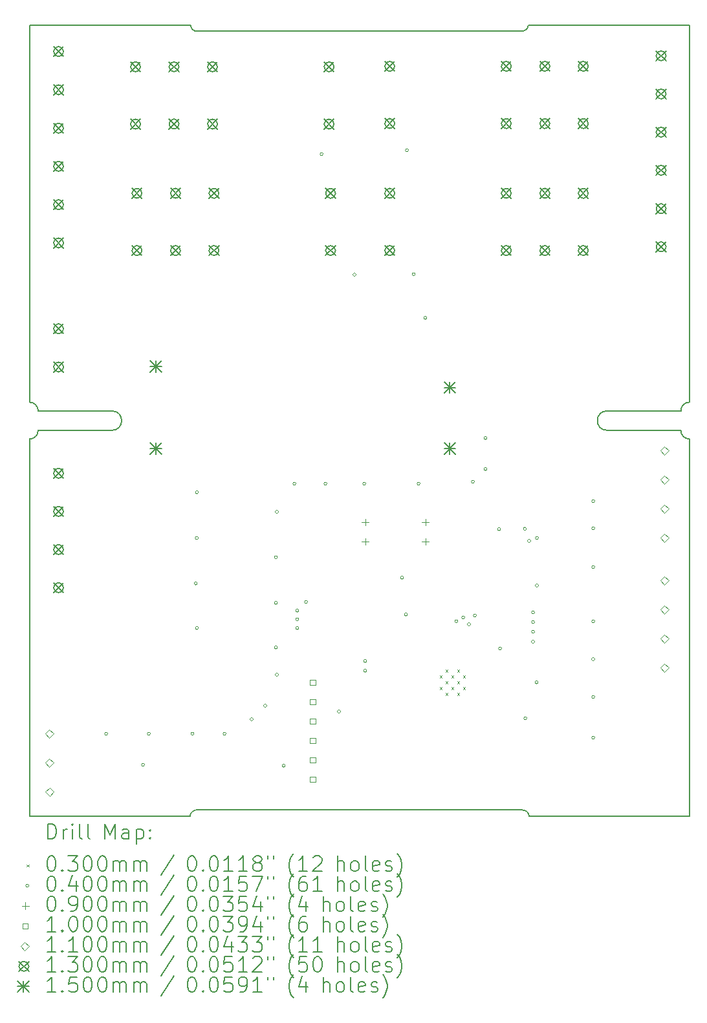
<source format=gbr>
%TF.GenerationSoftware,KiCad,Pcbnew,(7.0.0)*%
%TF.CreationDate,2023-07-30T12:50:24+02:00*%
%TF.ProjectId,RealyModul_1Wire_ADC,5265616c-794d-46f6-9475-6c5f31576972,rev?*%
%TF.SameCoordinates,Original*%
%TF.FileFunction,Drillmap*%
%TF.FilePolarity,Positive*%
%FSLAX45Y45*%
G04 Gerber Fmt 4.5, Leading zero omitted, Abs format (unit mm)*
G04 Created by KiCad (PCBNEW (7.0.0)) date 2023-07-30 12:50:24*
%MOMM*%
%LPD*%
G01*
G04 APERTURE LIST*
%ADD10C,0.150000*%
%ADD11C,0.152400*%
%ADD12C,0.200000*%
%ADD13C,0.030000*%
%ADD14C,0.040000*%
%ADD15C,0.090000*%
%ADD16C,0.100000*%
%ADD17C,0.110000*%
%ADD18C,0.130000*%
G04 APERTURE END LIST*
D10*
X16450500Y-9931400D02*
G75*
G03*
X16450500Y-10185400I0J-127000D01*
G01*
D11*
X10990000Y-15240000D02*
X10990730Y-15235370D01*
X15429994Y-15240000D02*
G75*
G03*
X15331520Y-15159760I-85994J-4990D01*
G01*
X15320000Y-4956800D02*
G75*
G03*
X15419510Y-4881190I11950J87560D01*
G01*
D10*
X8890000Y-10299700D02*
G75*
G03*
X9004300Y-10185400I0J114300D01*
G01*
X17415700Y-9931400D02*
X16450500Y-9931400D01*
D11*
X8890000Y-4876800D02*
X8890000Y-9817100D01*
D10*
X9004300Y-9931400D02*
G75*
G03*
X8890000Y-9817100I-114300J0D01*
G01*
D11*
X8890000Y-15240000D02*
X10990000Y-15240000D01*
X11000000Y-4876800D02*
X8890000Y-4876800D01*
D10*
X9004300Y-10185400D02*
X9969500Y-10185400D01*
D11*
X15320000Y-15160000D02*
X15331520Y-15159760D01*
X15430000Y-15240000D02*
X17530000Y-15240000D01*
X11000000Y-4876800D02*
G75*
G03*
X11085610Y-4957290I83050J2560D01*
G01*
X11100000Y-15160000D02*
X15320000Y-15160000D01*
D10*
X17415700Y-10185400D02*
G75*
G03*
X17530000Y-10299700I114300J0D01*
G01*
D11*
X15320000Y-4956800D02*
X11100000Y-4956800D01*
D10*
X9004300Y-9931400D02*
X9969500Y-9931400D01*
X17415700Y-10185400D02*
X16450500Y-10185400D01*
D11*
X8890000Y-10299700D02*
X8890000Y-15240000D01*
D10*
X9969500Y-10185400D02*
G75*
G03*
X9969500Y-9931400I0J127000D01*
G01*
D11*
X11100000Y-15160000D02*
G75*
G03*
X10990730Y-15235370I-16950J-92320D01*
G01*
X17530000Y-4876800D02*
X15420000Y-4876800D01*
X17530000Y-10299700D02*
X17530000Y-15240000D01*
X15420000Y-4876800D02*
X15419510Y-4881190D01*
X11100000Y-4956800D02*
X11085610Y-4957290D01*
X17530000Y-4876800D02*
X17530000Y-9817100D01*
D10*
X17530000Y-9817100D02*
G75*
G03*
X17415700Y-9931400I0J-114300D01*
G01*
D12*
D13*
X14259600Y-13396250D02*
X14289600Y-13426250D01*
X14289600Y-13396250D02*
X14259600Y-13426250D01*
X14259600Y-13548750D02*
X14289600Y-13578750D01*
X14289600Y-13548750D02*
X14259600Y-13578750D01*
X14335850Y-13320000D02*
X14365850Y-13350000D01*
X14365850Y-13320000D02*
X14335850Y-13350000D01*
X14335850Y-13472500D02*
X14365850Y-13502500D01*
X14365850Y-13472500D02*
X14335850Y-13502500D01*
X14335850Y-13625000D02*
X14365850Y-13655000D01*
X14365850Y-13625000D02*
X14335850Y-13655000D01*
X14412100Y-13396250D02*
X14442100Y-13426250D01*
X14442100Y-13396250D02*
X14412100Y-13426250D01*
X14412100Y-13548750D02*
X14442100Y-13578750D01*
X14442100Y-13548750D02*
X14412100Y-13578750D01*
X14488350Y-13320000D02*
X14518350Y-13350000D01*
X14518350Y-13320000D02*
X14488350Y-13350000D01*
X14488350Y-13472500D02*
X14518350Y-13502500D01*
X14518350Y-13472500D02*
X14488350Y-13502500D01*
X14488350Y-13625000D02*
X14518350Y-13655000D01*
X14518350Y-13625000D02*
X14488350Y-13655000D01*
X14564600Y-13396250D02*
X14594600Y-13426250D01*
X14594600Y-13396250D02*
X14564600Y-13426250D01*
X14564600Y-13548750D02*
X14594600Y-13578750D01*
X14594600Y-13548750D02*
X14564600Y-13578750D01*
D14*
X9913300Y-14160500D02*
G75*
G03*
X9913300Y-14160500I-20000J0D01*
G01*
X10395900Y-14566900D02*
G75*
G03*
X10395900Y-14566900I-20000J0D01*
G01*
X10472100Y-14160500D02*
G75*
G03*
X10472100Y-14160500I-20000J0D01*
G01*
X11043600Y-14160500D02*
G75*
G03*
X11043600Y-14160500I-20000J0D01*
G01*
X11087800Y-12192000D02*
G75*
G03*
X11087800Y-12192000I-20000J0D01*
G01*
X11100500Y-10998200D02*
G75*
G03*
X11100500Y-10998200I-20000J0D01*
G01*
X11100500Y-11595100D02*
G75*
G03*
X11100500Y-11595100I-20000J0D01*
G01*
X11100500Y-12776200D02*
G75*
G03*
X11100500Y-12776200I-20000J0D01*
G01*
X11462700Y-14160500D02*
G75*
G03*
X11462700Y-14160500I-20000J0D01*
G01*
X11818300Y-13970000D02*
G75*
G03*
X11818300Y-13970000I-20000J0D01*
G01*
X11996100Y-13792200D02*
G75*
G03*
X11996100Y-13792200I-20000J0D01*
G01*
X12135800Y-11849100D02*
G75*
G03*
X12135800Y-11849100I-20000J0D01*
G01*
X12135800Y-12446000D02*
G75*
G03*
X12135800Y-12446000I-20000J0D01*
G01*
X12135800Y-13030200D02*
G75*
G03*
X12135800Y-13030200I-20000J0D01*
G01*
X12148500Y-11252200D02*
G75*
G03*
X12148500Y-11252200I-20000J0D01*
G01*
X12148500Y-13385800D02*
G75*
G03*
X12148500Y-13385800I-20000J0D01*
G01*
X12237400Y-14579600D02*
G75*
G03*
X12237400Y-14579600I-20000J0D01*
G01*
X12377100Y-10883900D02*
G75*
G03*
X12377100Y-10883900I-20000J0D01*
G01*
X12415200Y-12547600D02*
G75*
G03*
X12415200Y-12547600I-20000J0D01*
G01*
X12415200Y-12661900D02*
G75*
G03*
X12415200Y-12661900I-20000J0D01*
G01*
X12415200Y-12776200D02*
G75*
G03*
X12415200Y-12776200I-20000J0D01*
G01*
X12529500Y-12433300D02*
G75*
G03*
X12529500Y-12433300I-20000J0D01*
G01*
X12732700Y-6565900D02*
G75*
G03*
X12732700Y-6565900I-20000J0D01*
G01*
X12783500Y-10883900D02*
G75*
G03*
X12783500Y-10883900I-20000J0D01*
G01*
X12961300Y-13868400D02*
G75*
G03*
X12961300Y-13868400I-20000J0D01*
G01*
X13164500Y-8145750D02*
G75*
G03*
X13164500Y-8145750I-20000J0D01*
G01*
X13291500Y-10883900D02*
G75*
G03*
X13291500Y-10883900I-20000J0D01*
G01*
X13304200Y-13208000D02*
G75*
G03*
X13304200Y-13208000I-20000J0D01*
G01*
X13304200Y-13335000D02*
G75*
G03*
X13304200Y-13335000I-20000J0D01*
G01*
X13786800Y-12115800D02*
G75*
G03*
X13786800Y-12115800I-20000J0D01*
G01*
X13837600Y-12598400D02*
G75*
G03*
X13837600Y-12598400I-20000J0D01*
G01*
X13850300Y-6515100D02*
G75*
G03*
X13850300Y-6515100I-20000J0D01*
G01*
X13939200Y-8140700D02*
G75*
G03*
X13939200Y-8140700I-20000J0D01*
G01*
X14002700Y-10883900D02*
G75*
G03*
X14002700Y-10883900I-20000J0D01*
G01*
X14091600Y-8712200D02*
G75*
G03*
X14091600Y-8712200I-20000J0D01*
G01*
X14498000Y-12687300D02*
G75*
G03*
X14498000Y-12687300I-20000J0D01*
G01*
X14586900Y-12636500D02*
G75*
G03*
X14586900Y-12636500I-20000J0D01*
G01*
X14663100Y-12725400D02*
G75*
G03*
X14663100Y-12725400I-20000J0D01*
G01*
X14713900Y-10858500D02*
G75*
G03*
X14713900Y-10858500I-20000J0D01*
G01*
X14739300Y-12611100D02*
G75*
G03*
X14739300Y-12611100I-20000J0D01*
G01*
X14879000Y-10287000D02*
G75*
G03*
X14879000Y-10287000I-20000J0D01*
G01*
X14879000Y-10693400D02*
G75*
G03*
X14879000Y-10693400I-20000J0D01*
G01*
X15056800Y-11480800D02*
G75*
G03*
X15056800Y-11480800I-20000J0D01*
G01*
X15069500Y-13042900D02*
G75*
G03*
X15069500Y-13042900I-20000J0D01*
G01*
X15393693Y-11474967D02*
G75*
G03*
X15393693Y-11474967I-20000J0D01*
G01*
X15399700Y-13957300D02*
G75*
G03*
X15399700Y-13957300I-20000J0D01*
G01*
X15450500Y-11633200D02*
G75*
G03*
X15450500Y-11633200I-20000J0D01*
G01*
X15501300Y-12570500D02*
G75*
G03*
X15501300Y-12570500I-20000J0D01*
G01*
X15501300Y-12697500D02*
G75*
G03*
X15501300Y-12697500I-20000J0D01*
G01*
X15501300Y-12824500D02*
G75*
G03*
X15501300Y-12824500I-20000J0D01*
G01*
X15501300Y-12954000D02*
G75*
G03*
X15501300Y-12954000I-20000J0D01*
G01*
X15548000Y-13487400D02*
G75*
G03*
X15548000Y-13487400I-20000J0D01*
G01*
X15552100Y-11595100D02*
G75*
G03*
X15552100Y-11595100I-20000J0D01*
G01*
X15552100Y-12217400D02*
G75*
G03*
X15552100Y-12217400I-20000J0D01*
G01*
X16288700Y-11112500D02*
G75*
G03*
X16288700Y-11112500I-20000J0D01*
G01*
X16288700Y-11468100D02*
G75*
G03*
X16288700Y-11468100I-20000J0D01*
G01*
X16288700Y-11976100D02*
G75*
G03*
X16288700Y-11976100I-20000J0D01*
G01*
X16288700Y-12687300D02*
G75*
G03*
X16288700Y-12687300I-20000J0D01*
G01*
X16288700Y-13182600D02*
G75*
G03*
X16288700Y-13182600I-20000J0D01*
G01*
X16288700Y-13677900D02*
G75*
G03*
X16288700Y-13677900I-20000J0D01*
G01*
X16288700Y-14211300D02*
G75*
G03*
X16288700Y-14211300I-20000J0D01*
G01*
D15*
X13284200Y-11342550D02*
X13284200Y-11432550D01*
X13239200Y-11387550D02*
X13329200Y-11387550D01*
X13284200Y-11596550D02*
X13284200Y-11686550D01*
X13239200Y-11641550D02*
X13329200Y-11641550D01*
X14071600Y-11342550D02*
X14071600Y-11432550D01*
X14026600Y-11387550D02*
X14116600Y-11387550D01*
X14071600Y-11596550D02*
X14071600Y-11686550D01*
X14026600Y-11641550D02*
X14116600Y-11641550D01*
D16*
X12633756Y-13522756D02*
X12633756Y-13452044D01*
X12563044Y-13452044D01*
X12563044Y-13522756D01*
X12633756Y-13522756D01*
X12633756Y-13776756D02*
X12633756Y-13706044D01*
X12563044Y-13706044D01*
X12563044Y-13776756D01*
X12633756Y-13776756D01*
X12633756Y-14030756D02*
X12633756Y-13960044D01*
X12563044Y-13960044D01*
X12563044Y-14030756D01*
X12633756Y-14030756D01*
X12633756Y-14284756D02*
X12633756Y-14214044D01*
X12563044Y-14214044D01*
X12563044Y-14284756D01*
X12633756Y-14284756D01*
X12633756Y-14538756D02*
X12633756Y-14468044D01*
X12563044Y-14468044D01*
X12563044Y-14538756D01*
X12633756Y-14538756D01*
X12633756Y-14792756D02*
X12633756Y-14722044D01*
X12563044Y-14722044D01*
X12563044Y-14792756D01*
X12633756Y-14792756D01*
D17*
X9151065Y-14215500D02*
X9206065Y-14160500D01*
X9151065Y-14105500D01*
X9096065Y-14160500D01*
X9151065Y-14215500D01*
X9151065Y-14596500D02*
X9206065Y-14541500D01*
X9151065Y-14486500D01*
X9096065Y-14541500D01*
X9151065Y-14596500D01*
X9152335Y-14977500D02*
X9207335Y-14922500D01*
X9152335Y-14867500D01*
X9097335Y-14922500D01*
X9152335Y-14977500D01*
X17200800Y-10507100D02*
X17255800Y-10452100D01*
X17200800Y-10397100D01*
X17145800Y-10452100D01*
X17200800Y-10507100D01*
X17200800Y-10888100D02*
X17255800Y-10833100D01*
X17200800Y-10778100D01*
X17145800Y-10833100D01*
X17200800Y-10888100D01*
X17200800Y-11268600D02*
X17255800Y-11213600D01*
X17200800Y-11158600D01*
X17145800Y-11213600D01*
X17200800Y-11268600D01*
X17200800Y-11649600D02*
X17255800Y-11594600D01*
X17200800Y-11539600D01*
X17145800Y-11594600D01*
X17200800Y-11649600D01*
X17200800Y-12208400D02*
X17255800Y-12153400D01*
X17200800Y-12098400D01*
X17145800Y-12153400D01*
X17200800Y-12208400D01*
X17200800Y-12589400D02*
X17255800Y-12534400D01*
X17200800Y-12479400D01*
X17145800Y-12534400D01*
X17200800Y-12589400D01*
X17200800Y-12970400D02*
X17255800Y-12915400D01*
X17200800Y-12860400D01*
X17145800Y-12915400D01*
X17200800Y-12970400D01*
X17200800Y-13351400D02*
X17255800Y-13296400D01*
X17200800Y-13241400D01*
X17145800Y-13296400D01*
X17200800Y-13351400D01*
D18*
X9206000Y-5158100D02*
X9336000Y-5288100D01*
X9336000Y-5158100D02*
X9206000Y-5288100D01*
X9336000Y-5223100D02*
G75*
G03*
X9336000Y-5223100I-65000J0D01*
G01*
X9206000Y-5658100D02*
X9336000Y-5788100D01*
X9336000Y-5658100D02*
X9206000Y-5788100D01*
X9336000Y-5723100D02*
G75*
G03*
X9336000Y-5723100I-65000J0D01*
G01*
X9206000Y-6161400D02*
X9336000Y-6291400D01*
X9336000Y-6161400D02*
X9206000Y-6291400D01*
X9336000Y-6226400D02*
G75*
G03*
X9336000Y-6226400I-65000J0D01*
G01*
X9206000Y-6661400D02*
X9336000Y-6791400D01*
X9336000Y-6661400D02*
X9206000Y-6791400D01*
X9336000Y-6726400D02*
G75*
G03*
X9336000Y-6726400I-65000J0D01*
G01*
X9206000Y-7164700D02*
X9336000Y-7294700D01*
X9336000Y-7164700D02*
X9206000Y-7294700D01*
X9336000Y-7229700D02*
G75*
G03*
X9336000Y-7229700I-65000J0D01*
G01*
X9206000Y-7664700D02*
X9336000Y-7794700D01*
X9336000Y-7664700D02*
X9206000Y-7794700D01*
X9336000Y-7729700D02*
G75*
G03*
X9336000Y-7729700I-65000J0D01*
G01*
X9206000Y-8790300D02*
X9336000Y-8920300D01*
X9336000Y-8790300D02*
X9206000Y-8920300D01*
X9336000Y-8855300D02*
G75*
G03*
X9336000Y-8855300I-65000J0D01*
G01*
X9206000Y-9290300D02*
X9336000Y-9420300D01*
X9336000Y-9290300D02*
X9206000Y-9420300D01*
X9336000Y-9355300D02*
G75*
G03*
X9336000Y-9355300I-65000J0D01*
G01*
X9206000Y-10682600D02*
X9336000Y-10812600D01*
X9336000Y-10682600D02*
X9206000Y-10812600D01*
X9336000Y-10747600D02*
G75*
G03*
X9336000Y-10747600I-65000J0D01*
G01*
X9206000Y-11182600D02*
X9336000Y-11312600D01*
X9336000Y-11182600D02*
X9206000Y-11312600D01*
X9336000Y-11247600D02*
G75*
G03*
X9336000Y-11247600I-65000J0D01*
G01*
X9206000Y-11682500D02*
X9336000Y-11812500D01*
X9336000Y-11682500D02*
X9206000Y-11812500D01*
X9336000Y-11747500D02*
G75*
G03*
X9336000Y-11747500I-65000J0D01*
G01*
X9206000Y-12182500D02*
X9336000Y-12312500D01*
X9336000Y-12182500D02*
X9206000Y-12312500D01*
X9336000Y-12247500D02*
G75*
G03*
X9336000Y-12247500I-65000J0D01*
G01*
X10213300Y-5357700D02*
X10343300Y-5487700D01*
X10343300Y-5357700D02*
X10213300Y-5487700D01*
X10343300Y-5422700D02*
G75*
G03*
X10343300Y-5422700I-65000J0D01*
G01*
X10213300Y-6107700D02*
X10343300Y-6237700D01*
X10343300Y-6107700D02*
X10213300Y-6237700D01*
X10343300Y-6172700D02*
G75*
G03*
X10343300Y-6172700I-65000J0D01*
G01*
X10232500Y-7014900D02*
X10362500Y-7144900D01*
X10362500Y-7014900D02*
X10232500Y-7144900D01*
X10362500Y-7079900D02*
G75*
G03*
X10362500Y-7079900I-65000J0D01*
G01*
X10232500Y-7764900D02*
X10362500Y-7894900D01*
X10362500Y-7764900D02*
X10232500Y-7894900D01*
X10362500Y-7829900D02*
G75*
G03*
X10362500Y-7829900I-65000J0D01*
G01*
X10717300Y-5357700D02*
X10847300Y-5487700D01*
X10847300Y-5357700D02*
X10717300Y-5487700D01*
X10847300Y-5422700D02*
G75*
G03*
X10847300Y-5422700I-65000J0D01*
G01*
X10717300Y-6107700D02*
X10847300Y-6237700D01*
X10847300Y-6107700D02*
X10717300Y-6237700D01*
X10847300Y-6172700D02*
G75*
G03*
X10847300Y-6172700I-65000J0D01*
G01*
X10736500Y-7014900D02*
X10866500Y-7144900D01*
X10866500Y-7014900D02*
X10736500Y-7144900D01*
X10866500Y-7079900D02*
G75*
G03*
X10866500Y-7079900I-65000J0D01*
G01*
X10736500Y-7764900D02*
X10866500Y-7894900D01*
X10866500Y-7764900D02*
X10736500Y-7894900D01*
X10866500Y-7829900D02*
G75*
G03*
X10866500Y-7829900I-65000J0D01*
G01*
X11221300Y-5357700D02*
X11351300Y-5487700D01*
X11351300Y-5357700D02*
X11221300Y-5487700D01*
X11351300Y-5422700D02*
G75*
G03*
X11351300Y-5422700I-65000J0D01*
G01*
X11221300Y-6107700D02*
X11351300Y-6237700D01*
X11351300Y-6107700D02*
X11221300Y-6237700D01*
X11351300Y-6172700D02*
G75*
G03*
X11351300Y-6172700I-65000J0D01*
G01*
X11240500Y-7014900D02*
X11370500Y-7144900D01*
X11370500Y-7014900D02*
X11240500Y-7144900D01*
X11370500Y-7079900D02*
G75*
G03*
X11370500Y-7079900I-65000J0D01*
G01*
X11240500Y-7764900D02*
X11370500Y-7894900D01*
X11370500Y-7764900D02*
X11240500Y-7894900D01*
X11370500Y-7829900D02*
G75*
G03*
X11370500Y-7829900I-65000J0D01*
G01*
X12747300Y-5357700D02*
X12877300Y-5487700D01*
X12877300Y-5357700D02*
X12747300Y-5487700D01*
X12877300Y-5422700D02*
G75*
G03*
X12877300Y-5422700I-65000J0D01*
G01*
X12747300Y-6107700D02*
X12877300Y-6237700D01*
X12877300Y-6107700D02*
X12747300Y-6237700D01*
X12877300Y-6172700D02*
G75*
G03*
X12877300Y-6172700I-65000J0D01*
G01*
X12766500Y-7014900D02*
X12896500Y-7144900D01*
X12896500Y-7014900D02*
X12766500Y-7144900D01*
X12896500Y-7079900D02*
G75*
G03*
X12896500Y-7079900I-65000J0D01*
G01*
X12766500Y-7764900D02*
X12896500Y-7894900D01*
X12896500Y-7764900D02*
X12766500Y-7894900D01*
X12896500Y-7829900D02*
G75*
G03*
X12896500Y-7829900I-65000J0D01*
G01*
X13540900Y-5351200D02*
X13670900Y-5481200D01*
X13670900Y-5351200D02*
X13540900Y-5481200D01*
X13670900Y-5416200D02*
G75*
G03*
X13670900Y-5416200I-65000J0D01*
G01*
X13540900Y-6101200D02*
X13670900Y-6231200D01*
X13670900Y-6101200D02*
X13540900Y-6231200D01*
X13670900Y-6166200D02*
G75*
G03*
X13670900Y-6166200I-65000J0D01*
G01*
X13540900Y-7014900D02*
X13670900Y-7144900D01*
X13670900Y-7014900D02*
X13540900Y-7144900D01*
X13670900Y-7079900D02*
G75*
G03*
X13670900Y-7079900I-65000J0D01*
G01*
X13540900Y-7764900D02*
X13670900Y-7894900D01*
X13670900Y-7764900D02*
X13540900Y-7894900D01*
X13670900Y-7829900D02*
G75*
G03*
X13670900Y-7829900I-65000J0D01*
G01*
X15066900Y-5351200D02*
X15196900Y-5481200D01*
X15196900Y-5351200D02*
X15066900Y-5481200D01*
X15196900Y-5416200D02*
G75*
G03*
X15196900Y-5416200I-65000J0D01*
G01*
X15066900Y-6101200D02*
X15196900Y-6231200D01*
X15196900Y-6101200D02*
X15066900Y-6231200D01*
X15196900Y-6166200D02*
G75*
G03*
X15196900Y-6166200I-65000J0D01*
G01*
X15066900Y-7014900D02*
X15196900Y-7144900D01*
X15196900Y-7014900D02*
X15066900Y-7144900D01*
X15196900Y-7079900D02*
G75*
G03*
X15196900Y-7079900I-65000J0D01*
G01*
X15066900Y-7764900D02*
X15196900Y-7894900D01*
X15196900Y-7764900D02*
X15066900Y-7894900D01*
X15196900Y-7829900D02*
G75*
G03*
X15196900Y-7829900I-65000J0D01*
G01*
X15570900Y-5351200D02*
X15700900Y-5481200D01*
X15700900Y-5351200D02*
X15570900Y-5481200D01*
X15700900Y-5416200D02*
G75*
G03*
X15700900Y-5416200I-65000J0D01*
G01*
X15570900Y-6101200D02*
X15700900Y-6231200D01*
X15700900Y-6101200D02*
X15570900Y-6231200D01*
X15700900Y-6166200D02*
G75*
G03*
X15700900Y-6166200I-65000J0D01*
G01*
X15570900Y-7014900D02*
X15700900Y-7144900D01*
X15700900Y-7014900D02*
X15570900Y-7144900D01*
X15700900Y-7079900D02*
G75*
G03*
X15700900Y-7079900I-65000J0D01*
G01*
X15570900Y-7764900D02*
X15700900Y-7894900D01*
X15700900Y-7764900D02*
X15570900Y-7894900D01*
X15700900Y-7829900D02*
G75*
G03*
X15700900Y-7829900I-65000J0D01*
G01*
X16074900Y-5351200D02*
X16204900Y-5481200D01*
X16204900Y-5351200D02*
X16074900Y-5481200D01*
X16204900Y-5416200D02*
G75*
G03*
X16204900Y-5416200I-65000J0D01*
G01*
X16074900Y-6101200D02*
X16204900Y-6231200D01*
X16204900Y-6101200D02*
X16074900Y-6231200D01*
X16204900Y-6166200D02*
G75*
G03*
X16204900Y-6166200I-65000J0D01*
G01*
X16074900Y-7014900D02*
X16204900Y-7144900D01*
X16204900Y-7014900D02*
X16074900Y-7144900D01*
X16204900Y-7079900D02*
G75*
G03*
X16204900Y-7079900I-65000J0D01*
G01*
X16074900Y-7764900D02*
X16204900Y-7894900D01*
X16204900Y-7764900D02*
X16074900Y-7894900D01*
X16204900Y-7829900D02*
G75*
G03*
X16204900Y-7829900I-65000J0D01*
G01*
X17092700Y-5213500D02*
X17222700Y-5343500D01*
X17222700Y-5213500D02*
X17092700Y-5343500D01*
X17222700Y-5278500D02*
G75*
G03*
X17222700Y-5278500I-65000J0D01*
G01*
X17092700Y-5713500D02*
X17222700Y-5843500D01*
X17222700Y-5713500D02*
X17092700Y-5843500D01*
X17222700Y-5778500D02*
G75*
G03*
X17222700Y-5778500I-65000J0D01*
G01*
X17092700Y-6213400D02*
X17222700Y-6343400D01*
X17222700Y-6213400D02*
X17092700Y-6343400D01*
X17222700Y-6278400D02*
G75*
G03*
X17222700Y-6278400I-65000J0D01*
G01*
X17092700Y-6713400D02*
X17222700Y-6843400D01*
X17222700Y-6713400D02*
X17092700Y-6843400D01*
X17222700Y-6778400D02*
G75*
G03*
X17222700Y-6778400I-65000J0D01*
G01*
X17092700Y-7216700D02*
X17222700Y-7346700D01*
X17222700Y-7216700D02*
X17092700Y-7346700D01*
X17222700Y-7281700D02*
G75*
G03*
X17222700Y-7281700I-65000J0D01*
G01*
X17092700Y-7716700D02*
X17222700Y-7846700D01*
X17222700Y-7716700D02*
X17092700Y-7846700D01*
X17222700Y-7781700D02*
G75*
G03*
X17222700Y-7781700I-65000J0D01*
G01*
D10*
X10467950Y-9274600D02*
X10617950Y-9424600D01*
X10617950Y-9274600D02*
X10467950Y-9424600D01*
X10542950Y-9274600D02*
X10542950Y-9424600D01*
X10467950Y-9349600D02*
X10617950Y-9349600D01*
X10467950Y-10349600D02*
X10617950Y-10499600D01*
X10617950Y-10349600D02*
X10467950Y-10499600D01*
X10542950Y-10349600D02*
X10542950Y-10499600D01*
X10467950Y-10424600D02*
X10617950Y-10424600D01*
X14317950Y-9549600D02*
X14467950Y-9699600D01*
X14467950Y-9549600D02*
X14317950Y-9699600D01*
X14392950Y-9549600D02*
X14392950Y-9699600D01*
X14317950Y-9624600D02*
X14467950Y-9624600D01*
X14317950Y-10349600D02*
X14467950Y-10499600D01*
X14467950Y-10349600D02*
X14317950Y-10499600D01*
X14392950Y-10349600D02*
X14392950Y-10499600D01*
X14317950Y-10424600D02*
X14467950Y-10424600D01*
D12*
X9129999Y-15541096D02*
X9129999Y-15341096D01*
X9129999Y-15341096D02*
X9177618Y-15341096D01*
X9177618Y-15341096D02*
X9206190Y-15350620D01*
X9206190Y-15350620D02*
X9225237Y-15369668D01*
X9225237Y-15369668D02*
X9234761Y-15388715D01*
X9234761Y-15388715D02*
X9244285Y-15426810D01*
X9244285Y-15426810D02*
X9244285Y-15455382D01*
X9244285Y-15455382D02*
X9234761Y-15493477D01*
X9234761Y-15493477D02*
X9225237Y-15512525D01*
X9225237Y-15512525D02*
X9206190Y-15531572D01*
X9206190Y-15531572D02*
X9177618Y-15541096D01*
X9177618Y-15541096D02*
X9129999Y-15541096D01*
X9329999Y-15541096D02*
X9329999Y-15407763D01*
X9329999Y-15445858D02*
X9339523Y-15426810D01*
X9339523Y-15426810D02*
X9349047Y-15417287D01*
X9349047Y-15417287D02*
X9368094Y-15407763D01*
X9368094Y-15407763D02*
X9387142Y-15407763D01*
X9453809Y-15541096D02*
X9453809Y-15407763D01*
X9453809Y-15341096D02*
X9444285Y-15350620D01*
X9444285Y-15350620D02*
X9453809Y-15360144D01*
X9453809Y-15360144D02*
X9463332Y-15350620D01*
X9463332Y-15350620D02*
X9453809Y-15341096D01*
X9453809Y-15341096D02*
X9453809Y-15360144D01*
X9577618Y-15541096D02*
X9558570Y-15531572D01*
X9558570Y-15531572D02*
X9549047Y-15512525D01*
X9549047Y-15512525D02*
X9549047Y-15341096D01*
X9682380Y-15541096D02*
X9663332Y-15531572D01*
X9663332Y-15531572D02*
X9653809Y-15512525D01*
X9653809Y-15512525D02*
X9653809Y-15341096D01*
X9878570Y-15541096D02*
X9878570Y-15341096D01*
X9878570Y-15341096D02*
X9945237Y-15483953D01*
X9945237Y-15483953D02*
X10011904Y-15341096D01*
X10011904Y-15341096D02*
X10011904Y-15541096D01*
X10192856Y-15541096D02*
X10192856Y-15436334D01*
X10192856Y-15436334D02*
X10183332Y-15417287D01*
X10183332Y-15417287D02*
X10164285Y-15407763D01*
X10164285Y-15407763D02*
X10126189Y-15407763D01*
X10126189Y-15407763D02*
X10107142Y-15417287D01*
X10192856Y-15531572D02*
X10173809Y-15541096D01*
X10173809Y-15541096D02*
X10126189Y-15541096D01*
X10126189Y-15541096D02*
X10107142Y-15531572D01*
X10107142Y-15531572D02*
X10097618Y-15512525D01*
X10097618Y-15512525D02*
X10097618Y-15493477D01*
X10097618Y-15493477D02*
X10107142Y-15474429D01*
X10107142Y-15474429D02*
X10126189Y-15464906D01*
X10126189Y-15464906D02*
X10173809Y-15464906D01*
X10173809Y-15464906D02*
X10192856Y-15455382D01*
X10288094Y-15407763D02*
X10288094Y-15607763D01*
X10288094Y-15417287D02*
X10307142Y-15407763D01*
X10307142Y-15407763D02*
X10345237Y-15407763D01*
X10345237Y-15407763D02*
X10364285Y-15417287D01*
X10364285Y-15417287D02*
X10373809Y-15426810D01*
X10373809Y-15426810D02*
X10383332Y-15445858D01*
X10383332Y-15445858D02*
X10383332Y-15503001D01*
X10383332Y-15503001D02*
X10373809Y-15522048D01*
X10373809Y-15522048D02*
X10364285Y-15531572D01*
X10364285Y-15531572D02*
X10345237Y-15541096D01*
X10345237Y-15541096D02*
X10307142Y-15541096D01*
X10307142Y-15541096D02*
X10288094Y-15531572D01*
X10469047Y-15522048D02*
X10478570Y-15531572D01*
X10478570Y-15531572D02*
X10469047Y-15541096D01*
X10469047Y-15541096D02*
X10459523Y-15531572D01*
X10459523Y-15531572D02*
X10469047Y-15522048D01*
X10469047Y-15522048D02*
X10469047Y-15541096D01*
X10469047Y-15417287D02*
X10478570Y-15426810D01*
X10478570Y-15426810D02*
X10469047Y-15436334D01*
X10469047Y-15436334D02*
X10459523Y-15426810D01*
X10459523Y-15426810D02*
X10469047Y-15417287D01*
X10469047Y-15417287D02*
X10469047Y-15436334D01*
D13*
X8852380Y-15872620D02*
X8882380Y-15902620D01*
X8882380Y-15872620D02*
X8852380Y-15902620D01*
D12*
X9168094Y-15761096D02*
X9187142Y-15761096D01*
X9187142Y-15761096D02*
X9206190Y-15770620D01*
X9206190Y-15770620D02*
X9215713Y-15780144D01*
X9215713Y-15780144D02*
X9225237Y-15799191D01*
X9225237Y-15799191D02*
X9234761Y-15837287D01*
X9234761Y-15837287D02*
X9234761Y-15884906D01*
X9234761Y-15884906D02*
X9225237Y-15923001D01*
X9225237Y-15923001D02*
X9215713Y-15942048D01*
X9215713Y-15942048D02*
X9206190Y-15951572D01*
X9206190Y-15951572D02*
X9187142Y-15961096D01*
X9187142Y-15961096D02*
X9168094Y-15961096D01*
X9168094Y-15961096D02*
X9149047Y-15951572D01*
X9149047Y-15951572D02*
X9139523Y-15942048D01*
X9139523Y-15942048D02*
X9129999Y-15923001D01*
X9129999Y-15923001D02*
X9120475Y-15884906D01*
X9120475Y-15884906D02*
X9120475Y-15837287D01*
X9120475Y-15837287D02*
X9129999Y-15799191D01*
X9129999Y-15799191D02*
X9139523Y-15780144D01*
X9139523Y-15780144D02*
X9149047Y-15770620D01*
X9149047Y-15770620D02*
X9168094Y-15761096D01*
X9320475Y-15942048D02*
X9329999Y-15951572D01*
X9329999Y-15951572D02*
X9320475Y-15961096D01*
X9320475Y-15961096D02*
X9310951Y-15951572D01*
X9310951Y-15951572D02*
X9320475Y-15942048D01*
X9320475Y-15942048D02*
X9320475Y-15961096D01*
X9396666Y-15761096D02*
X9520475Y-15761096D01*
X9520475Y-15761096D02*
X9453809Y-15837287D01*
X9453809Y-15837287D02*
X9482380Y-15837287D01*
X9482380Y-15837287D02*
X9501428Y-15846810D01*
X9501428Y-15846810D02*
X9510951Y-15856334D01*
X9510951Y-15856334D02*
X9520475Y-15875382D01*
X9520475Y-15875382D02*
X9520475Y-15923001D01*
X9520475Y-15923001D02*
X9510951Y-15942048D01*
X9510951Y-15942048D02*
X9501428Y-15951572D01*
X9501428Y-15951572D02*
X9482380Y-15961096D01*
X9482380Y-15961096D02*
X9425237Y-15961096D01*
X9425237Y-15961096D02*
X9406190Y-15951572D01*
X9406190Y-15951572D02*
X9396666Y-15942048D01*
X9644285Y-15761096D02*
X9663332Y-15761096D01*
X9663332Y-15761096D02*
X9682380Y-15770620D01*
X9682380Y-15770620D02*
X9691904Y-15780144D01*
X9691904Y-15780144D02*
X9701428Y-15799191D01*
X9701428Y-15799191D02*
X9710951Y-15837287D01*
X9710951Y-15837287D02*
X9710951Y-15884906D01*
X9710951Y-15884906D02*
X9701428Y-15923001D01*
X9701428Y-15923001D02*
X9691904Y-15942048D01*
X9691904Y-15942048D02*
X9682380Y-15951572D01*
X9682380Y-15951572D02*
X9663332Y-15961096D01*
X9663332Y-15961096D02*
X9644285Y-15961096D01*
X9644285Y-15961096D02*
X9625237Y-15951572D01*
X9625237Y-15951572D02*
X9615713Y-15942048D01*
X9615713Y-15942048D02*
X9606190Y-15923001D01*
X9606190Y-15923001D02*
X9596666Y-15884906D01*
X9596666Y-15884906D02*
X9596666Y-15837287D01*
X9596666Y-15837287D02*
X9606190Y-15799191D01*
X9606190Y-15799191D02*
X9615713Y-15780144D01*
X9615713Y-15780144D02*
X9625237Y-15770620D01*
X9625237Y-15770620D02*
X9644285Y-15761096D01*
X9834761Y-15761096D02*
X9853809Y-15761096D01*
X9853809Y-15761096D02*
X9872856Y-15770620D01*
X9872856Y-15770620D02*
X9882380Y-15780144D01*
X9882380Y-15780144D02*
X9891904Y-15799191D01*
X9891904Y-15799191D02*
X9901428Y-15837287D01*
X9901428Y-15837287D02*
X9901428Y-15884906D01*
X9901428Y-15884906D02*
X9891904Y-15923001D01*
X9891904Y-15923001D02*
X9882380Y-15942048D01*
X9882380Y-15942048D02*
X9872856Y-15951572D01*
X9872856Y-15951572D02*
X9853809Y-15961096D01*
X9853809Y-15961096D02*
X9834761Y-15961096D01*
X9834761Y-15961096D02*
X9815713Y-15951572D01*
X9815713Y-15951572D02*
X9806190Y-15942048D01*
X9806190Y-15942048D02*
X9796666Y-15923001D01*
X9796666Y-15923001D02*
X9787142Y-15884906D01*
X9787142Y-15884906D02*
X9787142Y-15837287D01*
X9787142Y-15837287D02*
X9796666Y-15799191D01*
X9796666Y-15799191D02*
X9806190Y-15780144D01*
X9806190Y-15780144D02*
X9815713Y-15770620D01*
X9815713Y-15770620D02*
X9834761Y-15761096D01*
X9987142Y-15961096D02*
X9987142Y-15827763D01*
X9987142Y-15846810D02*
X9996666Y-15837287D01*
X9996666Y-15837287D02*
X10015713Y-15827763D01*
X10015713Y-15827763D02*
X10044285Y-15827763D01*
X10044285Y-15827763D02*
X10063332Y-15837287D01*
X10063332Y-15837287D02*
X10072856Y-15856334D01*
X10072856Y-15856334D02*
X10072856Y-15961096D01*
X10072856Y-15856334D02*
X10082380Y-15837287D01*
X10082380Y-15837287D02*
X10101428Y-15827763D01*
X10101428Y-15827763D02*
X10129999Y-15827763D01*
X10129999Y-15827763D02*
X10149047Y-15837287D01*
X10149047Y-15837287D02*
X10158571Y-15856334D01*
X10158571Y-15856334D02*
X10158571Y-15961096D01*
X10253809Y-15961096D02*
X10253809Y-15827763D01*
X10253809Y-15846810D02*
X10263332Y-15837287D01*
X10263332Y-15837287D02*
X10282380Y-15827763D01*
X10282380Y-15827763D02*
X10310952Y-15827763D01*
X10310952Y-15827763D02*
X10329999Y-15837287D01*
X10329999Y-15837287D02*
X10339523Y-15856334D01*
X10339523Y-15856334D02*
X10339523Y-15961096D01*
X10339523Y-15856334D02*
X10349047Y-15837287D01*
X10349047Y-15837287D02*
X10368094Y-15827763D01*
X10368094Y-15827763D02*
X10396666Y-15827763D01*
X10396666Y-15827763D02*
X10415713Y-15837287D01*
X10415713Y-15837287D02*
X10425237Y-15856334D01*
X10425237Y-15856334D02*
X10425237Y-15961096D01*
X10783332Y-15751572D02*
X10611904Y-16008715D01*
X11008094Y-15761096D02*
X11027142Y-15761096D01*
X11027142Y-15761096D02*
X11046190Y-15770620D01*
X11046190Y-15770620D02*
X11055713Y-15780144D01*
X11055713Y-15780144D02*
X11065237Y-15799191D01*
X11065237Y-15799191D02*
X11074761Y-15837287D01*
X11074761Y-15837287D02*
X11074761Y-15884906D01*
X11074761Y-15884906D02*
X11065237Y-15923001D01*
X11065237Y-15923001D02*
X11055713Y-15942048D01*
X11055713Y-15942048D02*
X11046190Y-15951572D01*
X11046190Y-15951572D02*
X11027142Y-15961096D01*
X11027142Y-15961096D02*
X11008094Y-15961096D01*
X11008094Y-15961096D02*
X10989047Y-15951572D01*
X10989047Y-15951572D02*
X10979523Y-15942048D01*
X10979523Y-15942048D02*
X10969999Y-15923001D01*
X10969999Y-15923001D02*
X10960475Y-15884906D01*
X10960475Y-15884906D02*
X10960475Y-15837287D01*
X10960475Y-15837287D02*
X10969999Y-15799191D01*
X10969999Y-15799191D02*
X10979523Y-15780144D01*
X10979523Y-15780144D02*
X10989047Y-15770620D01*
X10989047Y-15770620D02*
X11008094Y-15761096D01*
X11160475Y-15942048D02*
X11169999Y-15951572D01*
X11169999Y-15951572D02*
X11160475Y-15961096D01*
X11160475Y-15961096D02*
X11150952Y-15951572D01*
X11150952Y-15951572D02*
X11160475Y-15942048D01*
X11160475Y-15942048D02*
X11160475Y-15961096D01*
X11293809Y-15761096D02*
X11312856Y-15761096D01*
X11312856Y-15761096D02*
X11331904Y-15770620D01*
X11331904Y-15770620D02*
X11341428Y-15780144D01*
X11341428Y-15780144D02*
X11350951Y-15799191D01*
X11350951Y-15799191D02*
X11360475Y-15837287D01*
X11360475Y-15837287D02*
X11360475Y-15884906D01*
X11360475Y-15884906D02*
X11350951Y-15923001D01*
X11350951Y-15923001D02*
X11341428Y-15942048D01*
X11341428Y-15942048D02*
X11331904Y-15951572D01*
X11331904Y-15951572D02*
X11312856Y-15961096D01*
X11312856Y-15961096D02*
X11293809Y-15961096D01*
X11293809Y-15961096D02*
X11274761Y-15951572D01*
X11274761Y-15951572D02*
X11265237Y-15942048D01*
X11265237Y-15942048D02*
X11255713Y-15923001D01*
X11255713Y-15923001D02*
X11246190Y-15884906D01*
X11246190Y-15884906D02*
X11246190Y-15837287D01*
X11246190Y-15837287D02*
X11255713Y-15799191D01*
X11255713Y-15799191D02*
X11265237Y-15780144D01*
X11265237Y-15780144D02*
X11274761Y-15770620D01*
X11274761Y-15770620D02*
X11293809Y-15761096D01*
X11550951Y-15961096D02*
X11436666Y-15961096D01*
X11493809Y-15961096D02*
X11493809Y-15761096D01*
X11493809Y-15761096D02*
X11474761Y-15789668D01*
X11474761Y-15789668D02*
X11455713Y-15808715D01*
X11455713Y-15808715D02*
X11436666Y-15818239D01*
X11741428Y-15961096D02*
X11627142Y-15961096D01*
X11684285Y-15961096D02*
X11684285Y-15761096D01*
X11684285Y-15761096D02*
X11665237Y-15789668D01*
X11665237Y-15789668D02*
X11646190Y-15808715D01*
X11646190Y-15808715D02*
X11627142Y-15818239D01*
X11855713Y-15846810D02*
X11836666Y-15837287D01*
X11836666Y-15837287D02*
X11827142Y-15827763D01*
X11827142Y-15827763D02*
X11817618Y-15808715D01*
X11817618Y-15808715D02*
X11817618Y-15799191D01*
X11817618Y-15799191D02*
X11827142Y-15780144D01*
X11827142Y-15780144D02*
X11836666Y-15770620D01*
X11836666Y-15770620D02*
X11855713Y-15761096D01*
X11855713Y-15761096D02*
X11893809Y-15761096D01*
X11893809Y-15761096D02*
X11912856Y-15770620D01*
X11912856Y-15770620D02*
X11922380Y-15780144D01*
X11922380Y-15780144D02*
X11931904Y-15799191D01*
X11931904Y-15799191D02*
X11931904Y-15808715D01*
X11931904Y-15808715D02*
X11922380Y-15827763D01*
X11922380Y-15827763D02*
X11912856Y-15837287D01*
X11912856Y-15837287D02*
X11893809Y-15846810D01*
X11893809Y-15846810D02*
X11855713Y-15846810D01*
X11855713Y-15846810D02*
X11836666Y-15856334D01*
X11836666Y-15856334D02*
X11827142Y-15865858D01*
X11827142Y-15865858D02*
X11817618Y-15884906D01*
X11817618Y-15884906D02*
X11817618Y-15923001D01*
X11817618Y-15923001D02*
X11827142Y-15942048D01*
X11827142Y-15942048D02*
X11836666Y-15951572D01*
X11836666Y-15951572D02*
X11855713Y-15961096D01*
X11855713Y-15961096D02*
X11893809Y-15961096D01*
X11893809Y-15961096D02*
X11912856Y-15951572D01*
X11912856Y-15951572D02*
X11922380Y-15942048D01*
X11922380Y-15942048D02*
X11931904Y-15923001D01*
X11931904Y-15923001D02*
X11931904Y-15884906D01*
X11931904Y-15884906D02*
X11922380Y-15865858D01*
X11922380Y-15865858D02*
X11912856Y-15856334D01*
X11912856Y-15856334D02*
X11893809Y-15846810D01*
X12008094Y-15761096D02*
X12008094Y-15799191D01*
X12084285Y-15761096D02*
X12084285Y-15799191D01*
X12347142Y-16037287D02*
X12337618Y-16027763D01*
X12337618Y-16027763D02*
X12318571Y-15999191D01*
X12318571Y-15999191D02*
X12309047Y-15980144D01*
X12309047Y-15980144D02*
X12299523Y-15951572D01*
X12299523Y-15951572D02*
X12289999Y-15903953D01*
X12289999Y-15903953D02*
X12289999Y-15865858D01*
X12289999Y-15865858D02*
X12299523Y-15818239D01*
X12299523Y-15818239D02*
X12309047Y-15789668D01*
X12309047Y-15789668D02*
X12318571Y-15770620D01*
X12318571Y-15770620D02*
X12337618Y-15742048D01*
X12337618Y-15742048D02*
X12347142Y-15732525D01*
X12528094Y-15961096D02*
X12413809Y-15961096D01*
X12470951Y-15961096D02*
X12470951Y-15761096D01*
X12470951Y-15761096D02*
X12451904Y-15789668D01*
X12451904Y-15789668D02*
X12432856Y-15808715D01*
X12432856Y-15808715D02*
X12413809Y-15818239D01*
X12604285Y-15780144D02*
X12613809Y-15770620D01*
X12613809Y-15770620D02*
X12632856Y-15761096D01*
X12632856Y-15761096D02*
X12680475Y-15761096D01*
X12680475Y-15761096D02*
X12699523Y-15770620D01*
X12699523Y-15770620D02*
X12709047Y-15780144D01*
X12709047Y-15780144D02*
X12718571Y-15799191D01*
X12718571Y-15799191D02*
X12718571Y-15818239D01*
X12718571Y-15818239D02*
X12709047Y-15846810D01*
X12709047Y-15846810D02*
X12594761Y-15961096D01*
X12594761Y-15961096D02*
X12718571Y-15961096D01*
X12924285Y-15961096D02*
X12924285Y-15761096D01*
X13009999Y-15961096D02*
X13009999Y-15856334D01*
X13009999Y-15856334D02*
X13000475Y-15837287D01*
X13000475Y-15837287D02*
X12981428Y-15827763D01*
X12981428Y-15827763D02*
X12952856Y-15827763D01*
X12952856Y-15827763D02*
X12933809Y-15837287D01*
X12933809Y-15837287D02*
X12924285Y-15846810D01*
X13133809Y-15961096D02*
X13114761Y-15951572D01*
X13114761Y-15951572D02*
X13105237Y-15942048D01*
X13105237Y-15942048D02*
X13095713Y-15923001D01*
X13095713Y-15923001D02*
X13095713Y-15865858D01*
X13095713Y-15865858D02*
X13105237Y-15846810D01*
X13105237Y-15846810D02*
X13114761Y-15837287D01*
X13114761Y-15837287D02*
X13133809Y-15827763D01*
X13133809Y-15827763D02*
X13162380Y-15827763D01*
X13162380Y-15827763D02*
X13181428Y-15837287D01*
X13181428Y-15837287D02*
X13190952Y-15846810D01*
X13190952Y-15846810D02*
X13200475Y-15865858D01*
X13200475Y-15865858D02*
X13200475Y-15923001D01*
X13200475Y-15923001D02*
X13190952Y-15942048D01*
X13190952Y-15942048D02*
X13181428Y-15951572D01*
X13181428Y-15951572D02*
X13162380Y-15961096D01*
X13162380Y-15961096D02*
X13133809Y-15961096D01*
X13314761Y-15961096D02*
X13295713Y-15951572D01*
X13295713Y-15951572D02*
X13286190Y-15932525D01*
X13286190Y-15932525D02*
X13286190Y-15761096D01*
X13467142Y-15951572D02*
X13448094Y-15961096D01*
X13448094Y-15961096D02*
X13409999Y-15961096D01*
X13409999Y-15961096D02*
X13390952Y-15951572D01*
X13390952Y-15951572D02*
X13381428Y-15932525D01*
X13381428Y-15932525D02*
X13381428Y-15856334D01*
X13381428Y-15856334D02*
X13390952Y-15837287D01*
X13390952Y-15837287D02*
X13409999Y-15827763D01*
X13409999Y-15827763D02*
X13448094Y-15827763D01*
X13448094Y-15827763D02*
X13467142Y-15837287D01*
X13467142Y-15837287D02*
X13476666Y-15856334D01*
X13476666Y-15856334D02*
X13476666Y-15875382D01*
X13476666Y-15875382D02*
X13381428Y-15894429D01*
X13552856Y-15951572D02*
X13571904Y-15961096D01*
X13571904Y-15961096D02*
X13609999Y-15961096D01*
X13609999Y-15961096D02*
X13629047Y-15951572D01*
X13629047Y-15951572D02*
X13638571Y-15932525D01*
X13638571Y-15932525D02*
X13638571Y-15923001D01*
X13638571Y-15923001D02*
X13629047Y-15903953D01*
X13629047Y-15903953D02*
X13609999Y-15894429D01*
X13609999Y-15894429D02*
X13581428Y-15894429D01*
X13581428Y-15894429D02*
X13562380Y-15884906D01*
X13562380Y-15884906D02*
X13552856Y-15865858D01*
X13552856Y-15865858D02*
X13552856Y-15856334D01*
X13552856Y-15856334D02*
X13562380Y-15837287D01*
X13562380Y-15837287D02*
X13581428Y-15827763D01*
X13581428Y-15827763D02*
X13609999Y-15827763D01*
X13609999Y-15827763D02*
X13629047Y-15837287D01*
X13705237Y-16037287D02*
X13714761Y-16027763D01*
X13714761Y-16027763D02*
X13733809Y-15999191D01*
X13733809Y-15999191D02*
X13743333Y-15980144D01*
X13743333Y-15980144D02*
X13752856Y-15951572D01*
X13752856Y-15951572D02*
X13762380Y-15903953D01*
X13762380Y-15903953D02*
X13762380Y-15865858D01*
X13762380Y-15865858D02*
X13752856Y-15818239D01*
X13752856Y-15818239D02*
X13743333Y-15789668D01*
X13743333Y-15789668D02*
X13733809Y-15770620D01*
X13733809Y-15770620D02*
X13714761Y-15742048D01*
X13714761Y-15742048D02*
X13705237Y-15732525D01*
D14*
X8882380Y-16151620D02*
G75*
G03*
X8882380Y-16151620I-20000J0D01*
G01*
D12*
X9168094Y-16025096D02*
X9187142Y-16025096D01*
X9187142Y-16025096D02*
X9206190Y-16034620D01*
X9206190Y-16034620D02*
X9215713Y-16044144D01*
X9215713Y-16044144D02*
X9225237Y-16063191D01*
X9225237Y-16063191D02*
X9234761Y-16101287D01*
X9234761Y-16101287D02*
X9234761Y-16148906D01*
X9234761Y-16148906D02*
X9225237Y-16187001D01*
X9225237Y-16187001D02*
X9215713Y-16206048D01*
X9215713Y-16206048D02*
X9206190Y-16215572D01*
X9206190Y-16215572D02*
X9187142Y-16225096D01*
X9187142Y-16225096D02*
X9168094Y-16225096D01*
X9168094Y-16225096D02*
X9149047Y-16215572D01*
X9149047Y-16215572D02*
X9139523Y-16206048D01*
X9139523Y-16206048D02*
X9129999Y-16187001D01*
X9129999Y-16187001D02*
X9120475Y-16148906D01*
X9120475Y-16148906D02*
X9120475Y-16101287D01*
X9120475Y-16101287D02*
X9129999Y-16063191D01*
X9129999Y-16063191D02*
X9139523Y-16044144D01*
X9139523Y-16044144D02*
X9149047Y-16034620D01*
X9149047Y-16034620D02*
X9168094Y-16025096D01*
X9320475Y-16206048D02*
X9329999Y-16215572D01*
X9329999Y-16215572D02*
X9320475Y-16225096D01*
X9320475Y-16225096D02*
X9310951Y-16215572D01*
X9310951Y-16215572D02*
X9320475Y-16206048D01*
X9320475Y-16206048D02*
X9320475Y-16225096D01*
X9501428Y-16091763D02*
X9501428Y-16225096D01*
X9453809Y-16015572D02*
X9406190Y-16158429D01*
X9406190Y-16158429D02*
X9529999Y-16158429D01*
X9644285Y-16025096D02*
X9663332Y-16025096D01*
X9663332Y-16025096D02*
X9682380Y-16034620D01*
X9682380Y-16034620D02*
X9691904Y-16044144D01*
X9691904Y-16044144D02*
X9701428Y-16063191D01*
X9701428Y-16063191D02*
X9710951Y-16101287D01*
X9710951Y-16101287D02*
X9710951Y-16148906D01*
X9710951Y-16148906D02*
X9701428Y-16187001D01*
X9701428Y-16187001D02*
X9691904Y-16206048D01*
X9691904Y-16206048D02*
X9682380Y-16215572D01*
X9682380Y-16215572D02*
X9663332Y-16225096D01*
X9663332Y-16225096D02*
X9644285Y-16225096D01*
X9644285Y-16225096D02*
X9625237Y-16215572D01*
X9625237Y-16215572D02*
X9615713Y-16206048D01*
X9615713Y-16206048D02*
X9606190Y-16187001D01*
X9606190Y-16187001D02*
X9596666Y-16148906D01*
X9596666Y-16148906D02*
X9596666Y-16101287D01*
X9596666Y-16101287D02*
X9606190Y-16063191D01*
X9606190Y-16063191D02*
X9615713Y-16044144D01*
X9615713Y-16044144D02*
X9625237Y-16034620D01*
X9625237Y-16034620D02*
X9644285Y-16025096D01*
X9834761Y-16025096D02*
X9853809Y-16025096D01*
X9853809Y-16025096D02*
X9872856Y-16034620D01*
X9872856Y-16034620D02*
X9882380Y-16044144D01*
X9882380Y-16044144D02*
X9891904Y-16063191D01*
X9891904Y-16063191D02*
X9901428Y-16101287D01*
X9901428Y-16101287D02*
X9901428Y-16148906D01*
X9901428Y-16148906D02*
X9891904Y-16187001D01*
X9891904Y-16187001D02*
X9882380Y-16206048D01*
X9882380Y-16206048D02*
X9872856Y-16215572D01*
X9872856Y-16215572D02*
X9853809Y-16225096D01*
X9853809Y-16225096D02*
X9834761Y-16225096D01*
X9834761Y-16225096D02*
X9815713Y-16215572D01*
X9815713Y-16215572D02*
X9806190Y-16206048D01*
X9806190Y-16206048D02*
X9796666Y-16187001D01*
X9796666Y-16187001D02*
X9787142Y-16148906D01*
X9787142Y-16148906D02*
X9787142Y-16101287D01*
X9787142Y-16101287D02*
X9796666Y-16063191D01*
X9796666Y-16063191D02*
X9806190Y-16044144D01*
X9806190Y-16044144D02*
X9815713Y-16034620D01*
X9815713Y-16034620D02*
X9834761Y-16025096D01*
X9987142Y-16225096D02*
X9987142Y-16091763D01*
X9987142Y-16110810D02*
X9996666Y-16101287D01*
X9996666Y-16101287D02*
X10015713Y-16091763D01*
X10015713Y-16091763D02*
X10044285Y-16091763D01*
X10044285Y-16091763D02*
X10063332Y-16101287D01*
X10063332Y-16101287D02*
X10072856Y-16120334D01*
X10072856Y-16120334D02*
X10072856Y-16225096D01*
X10072856Y-16120334D02*
X10082380Y-16101287D01*
X10082380Y-16101287D02*
X10101428Y-16091763D01*
X10101428Y-16091763D02*
X10129999Y-16091763D01*
X10129999Y-16091763D02*
X10149047Y-16101287D01*
X10149047Y-16101287D02*
X10158571Y-16120334D01*
X10158571Y-16120334D02*
X10158571Y-16225096D01*
X10253809Y-16225096D02*
X10253809Y-16091763D01*
X10253809Y-16110810D02*
X10263332Y-16101287D01*
X10263332Y-16101287D02*
X10282380Y-16091763D01*
X10282380Y-16091763D02*
X10310952Y-16091763D01*
X10310952Y-16091763D02*
X10329999Y-16101287D01*
X10329999Y-16101287D02*
X10339523Y-16120334D01*
X10339523Y-16120334D02*
X10339523Y-16225096D01*
X10339523Y-16120334D02*
X10349047Y-16101287D01*
X10349047Y-16101287D02*
X10368094Y-16091763D01*
X10368094Y-16091763D02*
X10396666Y-16091763D01*
X10396666Y-16091763D02*
X10415713Y-16101287D01*
X10415713Y-16101287D02*
X10425237Y-16120334D01*
X10425237Y-16120334D02*
X10425237Y-16225096D01*
X10783332Y-16015572D02*
X10611904Y-16272715D01*
X11008094Y-16025096D02*
X11027142Y-16025096D01*
X11027142Y-16025096D02*
X11046190Y-16034620D01*
X11046190Y-16034620D02*
X11055713Y-16044144D01*
X11055713Y-16044144D02*
X11065237Y-16063191D01*
X11065237Y-16063191D02*
X11074761Y-16101287D01*
X11074761Y-16101287D02*
X11074761Y-16148906D01*
X11074761Y-16148906D02*
X11065237Y-16187001D01*
X11065237Y-16187001D02*
X11055713Y-16206048D01*
X11055713Y-16206048D02*
X11046190Y-16215572D01*
X11046190Y-16215572D02*
X11027142Y-16225096D01*
X11027142Y-16225096D02*
X11008094Y-16225096D01*
X11008094Y-16225096D02*
X10989047Y-16215572D01*
X10989047Y-16215572D02*
X10979523Y-16206048D01*
X10979523Y-16206048D02*
X10969999Y-16187001D01*
X10969999Y-16187001D02*
X10960475Y-16148906D01*
X10960475Y-16148906D02*
X10960475Y-16101287D01*
X10960475Y-16101287D02*
X10969999Y-16063191D01*
X10969999Y-16063191D02*
X10979523Y-16044144D01*
X10979523Y-16044144D02*
X10989047Y-16034620D01*
X10989047Y-16034620D02*
X11008094Y-16025096D01*
X11160475Y-16206048D02*
X11169999Y-16215572D01*
X11169999Y-16215572D02*
X11160475Y-16225096D01*
X11160475Y-16225096D02*
X11150952Y-16215572D01*
X11150952Y-16215572D02*
X11160475Y-16206048D01*
X11160475Y-16206048D02*
X11160475Y-16225096D01*
X11293809Y-16025096D02*
X11312856Y-16025096D01*
X11312856Y-16025096D02*
X11331904Y-16034620D01*
X11331904Y-16034620D02*
X11341428Y-16044144D01*
X11341428Y-16044144D02*
X11350951Y-16063191D01*
X11350951Y-16063191D02*
X11360475Y-16101287D01*
X11360475Y-16101287D02*
X11360475Y-16148906D01*
X11360475Y-16148906D02*
X11350951Y-16187001D01*
X11350951Y-16187001D02*
X11341428Y-16206048D01*
X11341428Y-16206048D02*
X11331904Y-16215572D01*
X11331904Y-16215572D02*
X11312856Y-16225096D01*
X11312856Y-16225096D02*
X11293809Y-16225096D01*
X11293809Y-16225096D02*
X11274761Y-16215572D01*
X11274761Y-16215572D02*
X11265237Y-16206048D01*
X11265237Y-16206048D02*
X11255713Y-16187001D01*
X11255713Y-16187001D02*
X11246190Y-16148906D01*
X11246190Y-16148906D02*
X11246190Y-16101287D01*
X11246190Y-16101287D02*
X11255713Y-16063191D01*
X11255713Y-16063191D02*
X11265237Y-16044144D01*
X11265237Y-16044144D02*
X11274761Y-16034620D01*
X11274761Y-16034620D02*
X11293809Y-16025096D01*
X11550951Y-16225096D02*
X11436666Y-16225096D01*
X11493809Y-16225096D02*
X11493809Y-16025096D01*
X11493809Y-16025096D02*
X11474761Y-16053668D01*
X11474761Y-16053668D02*
X11455713Y-16072715D01*
X11455713Y-16072715D02*
X11436666Y-16082239D01*
X11731904Y-16025096D02*
X11636666Y-16025096D01*
X11636666Y-16025096D02*
X11627142Y-16120334D01*
X11627142Y-16120334D02*
X11636666Y-16110810D01*
X11636666Y-16110810D02*
X11655713Y-16101287D01*
X11655713Y-16101287D02*
X11703332Y-16101287D01*
X11703332Y-16101287D02*
X11722380Y-16110810D01*
X11722380Y-16110810D02*
X11731904Y-16120334D01*
X11731904Y-16120334D02*
X11741428Y-16139382D01*
X11741428Y-16139382D02*
X11741428Y-16187001D01*
X11741428Y-16187001D02*
X11731904Y-16206048D01*
X11731904Y-16206048D02*
X11722380Y-16215572D01*
X11722380Y-16215572D02*
X11703332Y-16225096D01*
X11703332Y-16225096D02*
X11655713Y-16225096D01*
X11655713Y-16225096D02*
X11636666Y-16215572D01*
X11636666Y-16215572D02*
X11627142Y-16206048D01*
X11808094Y-16025096D02*
X11941428Y-16025096D01*
X11941428Y-16025096D02*
X11855713Y-16225096D01*
X12008094Y-16025096D02*
X12008094Y-16063191D01*
X12084285Y-16025096D02*
X12084285Y-16063191D01*
X12347142Y-16301287D02*
X12337618Y-16291763D01*
X12337618Y-16291763D02*
X12318571Y-16263191D01*
X12318571Y-16263191D02*
X12309047Y-16244144D01*
X12309047Y-16244144D02*
X12299523Y-16215572D01*
X12299523Y-16215572D02*
X12289999Y-16167953D01*
X12289999Y-16167953D02*
X12289999Y-16129858D01*
X12289999Y-16129858D02*
X12299523Y-16082239D01*
X12299523Y-16082239D02*
X12309047Y-16053668D01*
X12309047Y-16053668D02*
X12318571Y-16034620D01*
X12318571Y-16034620D02*
X12337618Y-16006048D01*
X12337618Y-16006048D02*
X12347142Y-15996525D01*
X12509047Y-16025096D02*
X12470951Y-16025096D01*
X12470951Y-16025096D02*
X12451904Y-16034620D01*
X12451904Y-16034620D02*
X12442380Y-16044144D01*
X12442380Y-16044144D02*
X12423332Y-16072715D01*
X12423332Y-16072715D02*
X12413809Y-16110810D01*
X12413809Y-16110810D02*
X12413809Y-16187001D01*
X12413809Y-16187001D02*
X12423332Y-16206048D01*
X12423332Y-16206048D02*
X12432856Y-16215572D01*
X12432856Y-16215572D02*
X12451904Y-16225096D01*
X12451904Y-16225096D02*
X12489999Y-16225096D01*
X12489999Y-16225096D02*
X12509047Y-16215572D01*
X12509047Y-16215572D02*
X12518571Y-16206048D01*
X12518571Y-16206048D02*
X12528094Y-16187001D01*
X12528094Y-16187001D02*
X12528094Y-16139382D01*
X12528094Y-16139382D02*
X12518571Y-16120334D01*
X12518571Y-16120334D02*
X12509047Y-16110810D01*
X12509047Y-16110810D02*
X12489999Y-16101287D01*
X12489999Y-16101287D02*
X12451904Y-16101287D01*
X12451904Y-16101287D02*
X12432856Y-16110810D01*
X12432856Y-16110810D02*
X12423332Y-16120334D01*
X12423332Y-16120334D02*
X12413809Y-16139382D01*
X12718571Y-16225096D02*
X12604285Y-16225096D01*
X12661428Y-16225096D02*
X12661428Y-16025096D01*
X12661428Y-16025096D02*
X12642380Y-16053668D01*
X12642380Y-16053668D02*
X12623332Y-16072715D01*
X12623332Y-16072715D02*
X12604285Y-16082239D01*
X12924285Y-16225096D02*
X12924285Y-16025096D01*
X13009999Y-16225096D02*
X13009999Y-16120334D01*
X13009999Y-16120334D02*
X13000475Y-16101287D01*
X13000475Y-16101287D02*
X12981428Y-16091763D01*
X12981428Y-16091763D02*
X12952856Y-16091763D01*
X12952856Y-16091763D02*
X12933809Y-16101287D01*
X12933809Y-16101287D02*
X12924285Y-16110810D01*
X13133809Y-16225096D02*
X13114761Y-16215572D01*
X13114761Y-16215572D02*
X13105237Y-16206048D01*
X13105237Y-16206048D02*
X13095713Y-16187001D01*
X13095713Y-16187001D02*
X13095713Y-16129858D01*
X13095713Y-16129858D02*
X13105237Y-16110810D01*
X13105237Y-16110810D02*
X13114761Y-16101287D01*
X13114761Y-16101287D02*
X13133809Y-16091763D01*
X13133809Y-16091763D02*
X13162380Y-16091763D01*
X13162380Y-16091763D02*
X13181428Y-16101287D01*
X13181428Y-16101287D02*
X13190952Y-16110810D01*
X13190952Y-16110810D02*
X13200475Y-16129858D01*
X13200475Y-16129858D02*
X13200475Y-16187001D01*
X13200475Y-16187001D02*
X13190952Y-16206048D01*
X13190952Y-16206048D02*
X13181428Y-16215572D01*
X13181428Y-16215572D02*
X13162380Y-16225096D01*
X13162380Y-16225096D02*
X13133809Y-16225096D01*
X13314761Y-16225096D02*
X13295713Y-16215572D01*
X13295713Y-16215572D02*
X13286190Y-16196525D01*
X13286190Y-16196525D02*
X13286190Y-16025096D01*
X13467142Y-16215572D02*
X13448094Y-16225096D01*
X13448094Y-16225096D02*
X13409999Y-16225096D01*
X13409999Y-16225096D02*
X13390952Y-16215572D01*
X13390952Y-16215572D02*
X13381428Y-16196525D01*
X13381428Y-16196525D02*
X13381428Y-16120334D01*
X13381428Y-16120334D02*
X13390952Y-16101287D01*
X13390952Y-16101287D02*
X13409999Y-16091763D01*
X13409999Y-16091763D02*
X13448094Y-16091763D01*
X13448094Y-16091763D02*
X13467142Y-16101287D01*
X13467142Y-16101287D02*
X13476666Y-16120334D01*
X13476666Y-16120334D02*
X13476666Y-16139382D01*
X13476666Y-16139382D02*
X13381428Y-16158429D01*
X13552856Y-16215572D02*
X13571904Y-16225096D01*
X13571904Y-16225096D02*
X13609999Y-16225096D01*
X13609999Y-16225096D02*
X13629047Y-16215572D01*
X13629047Y-16215572D02*
X13638571Y-16196525D01*
X13638571Y-16196525D02*
X13638571Y-16187001D01*
X13638571Y-16187001D02*
X13629047Y-16167953D01*
X13629047Y-16167953D02*
X13609999Y-16158429D01*
X13609999Y-16158429D02*
X13581428Y-16158429D01*
X13581428Y-16158429D02*
X13562380Y-16148906D01*
X13562380Y-16148906D02*
X13552856Y-16129858D01*
X13552856Y-16129858D02*
X13552856Y-16120334D01*
X13552856Y-16120334D02*
X13562380Y-16101287D01*
X13562380Y-16101287D02*
X13581428Y-16091763D01*
X13581428Y-16091763D02*
X13609999Y-16091763D01*
X13609999Y-16091763D02*
X13629047Y-16101287D01*
X13705237Y-16301287D02*
X13714761Y-16291763D01*
X13714761Y-16291763D02*
X13733809Y-16263191D01*
X13733809Y-16263191D02*
X13743333Y-16244144D01*
X13743333Y-16244144D02*
X13752856Y-16215572D01*
X13752856Y-16215572D02*
X13762380Y-16167953D01*
X13762380Y-16167953D02*
X13762380Y-16129858D01*
X13762380Y-16129858D02*
X13752856Y-16082239D01*
X13752856Y-16082239D02*
X13743333Y-16053668D01*
X13743333Y-16053668D02*
X13733809Y-16034620D01*
X13733809Y-16034620D02*
X13714761Y-16006048D01*
X13714761Y-16006048D02*
X13705237Y-15996525D01*
D15*
X8837380Y-16370620D02*
X8837380Y-16460620D01*
X8792380Y-16415620D02*
X8882380Y-16415620D01*
D12*
X9168094Y-16289096D02*
X9187142Y-16289096D01*
X9187142Y-16289096D02*
X9206190Y-16298620D01*
X9206190Y-16298620D02*
X9215713Y-16308144D01*
X9215713Y-16308144D02*
X9225237Y-16327191D01*
X9225237Y-16327191D02*
X9234761Y-16365287D01*
X9234761Y-16365287D02*
X9234761Y-16412906D01*
X9234761Y-16412906D02*
X9225237Y-16451001D01*
X9225237Y-16451001D02*
X9215713Y-16470048D01*
X9215713Y-16470048D02*
X9206190Y-16479572D01*
X9206190Y-16479572D02*
X9187142Y-16489096D01*
X9187142Y-16489096D02*
X9168094Y-16489096D01*
X9168094Y-16489096D02*
X9149047Y-16479572D01*
X9149047Y-16479572D02*
X9139523Y-16470048D01*
X9139523Y-16470048D02*
X9129999Y-16451001D01*
X9129999Y-16451001D02*
X9120475Y-16412906D01*
X9120475Y-16412906D02*
X9120475Y-16365287D01*
X9120475Y-16365287D02*
X9129999Y-16327191D01*
X9129999Y-16327191D02*
X9139523Y-16308144D01*
X9139523Y-16308144D02*
X9149047Y-16298620D01*
X9149047Y-16298620D02*
X9168094Y-16289096D01*
X9320475Y-16470048D02*
X9329999Y-16479572D01*
X9329999Y-16479572D02*
X9320475Y-16489096D01*
X9320475Y-16489096D02*
X9310951Y-16479572D01*
X9310951Y-16479572D02*
X9320475Y-16470048D01*
X9320475Y-16470048D02*
X9320475Y-16489096D01*
X9425237Y-16489096D02*
X9463332Y-16489096D01*
X9463332Y-16489096D02*
X9482380Y-16479572D01*
X9482380Y-16479572D02*
X9491904Y-16470048D01*
X9491904Y-16470048D02*
X9510951Y-16441477D01*
X9510951Y-16441477D02*
X9520475Y-16403382D01*
X9520475Y-16403382D02*
X9520475Y-16327191D01*
X9520475Y-16327191D02*
X9510951Y-16308144D01*
X9510951Y-16308144D02*
X9501428Y-16298620D01*
X9501428Y-16298620D02*
X9482380Y-16289096D01*
X9482380Y-16289096D02*
X9444285Y-16289096D01*
X9444285Y-16289096D02*
X9425237Y-16298620D01*
X9425237Y-16298620D02*
X9415713Y-16308144D01*
X9415713Y-16308144D02*
X9406190Y-16327191D01*
X9406190Y-16327191D02*
X9406190Y-16374810D01*
X9406190Y-16374810D02*
X9415713Y-16393858D01*
X9415713Y-16393858D02*
X9425237Y-16403382D01*
X9425237Y-16403382D02*
X9444285Y-16412906D01*
X9444285Y-16412906D02*
X9482380Y-16412906D01*
X9482380Y-16412906D02*
X9501428Y-16403382D01*
X9501428Y-16403382D02*
X9510951Y-16393858D01*
X9510951Y-16393858D02*
X9520475Y-16374810D01*
X9644285Y-16289096D02*
X9663332Y-16289096D01*
X9663332Y-16289096D02*
X9682380Y-16298620D01*
X9682380Y-16298620D02*
X9691904Y-16308144D01*
X9691904Y-16308144D02*
X9701428Y-16327191D01*
X9701428Y-16327191D02*
X9710951Y-16365287D01*
X9710951Y-16365287D02*
X9710951Y-16412906D01*
X9710951Y-16412906D02*
X9701428Y-16451001D01*
X9701428Y-16451001D02*
X9691904Y-16470048D01*
X9691904Y-16470048D02*
X9682380Y-16479572D01*
X9682380Y-16479572D02*
X9663332Y-16489096D01*
X9663332Y-16489096D02*
X9644285Y-16489096D01*
X9644285Y-16489096D02*
X9625237Y-16479572D01*
X9625237Y-16479572D02*
X9615713Y-16470048D01*
X9615713Y-16470048D02*
X9606190Y-16451001D01*
X9606190Y-16451001D02*
X9596666Y-16412906D01*
X9596666Y-16412906D02*
X9596666Y-16365287D01*
X9596666Y-16365287D02*
X9606190Y-16327191D01*
X9606190Y-16327191D02*
X9615713Y-16308144D01*
X9615713Y-16308144D02*
X9625237Y-16298620D01*
X9625237Y-16298620D02*
X9644285Y-16289096D01*
X9834761Y-16289096D02*
X9853809Y-16289096D01*
X9853809Y-16289096D02*
X9872856Y-16298620D01*
X9872856Y-16298620D02*
X9882380Y-16308144D01*
X9882380Y-16308144D02*
X9891904Y-16327191D01*
X9891904Y-16327191D02*
X9901428Y-16365287D01*
X9901428Y-16365287D02*
X9901428Y-16412906D01*
X9901428Y-16412906D02*
X9891904Y-16451001D01*
X9891904Y-16451001D02*
X9882380Y-16470048D01*
X9882380Y-16470048D02*
X9872856Y-16479572D01*
X9872856Y-16479572D02*
X9853809Y-16489096D01*
X9853809Y-16489096D02*
X9834761Y-16489096D01*
X9834761Y-16489096D02*
X9815713Y-16479572D01*
X9815713Y-16479572D02*
X9806190Y-16470048D01*
X9806190Y-16470048D02*
X9796666Y-16451001D01*
X9796666Y-16451001D02*
X9787142Y-16412906D01*
X9787142Y-16412906D02*
X9787142Y-16365287D01*
X9787142Y-16365287D02*
X9796666Y-16327191D01*
X9796666Y-16327191D02*
X9806190Y-16308144D01*
X9806190Y-16308144D02*
X9815713Y-16298620D01*
X9815713Y-16298620D02*
X9834761Y-16289096D01*
X9987142Y-16489096D02*
X9987142Y-16355763D01*
X9987142Y-16374810D02*
X9996666Y-16365287D01*
X9996666Y-16365287D02*
X10015713Y-16355763D01*
X10015713Y-16355763D02*
X10044285Y-16355763D01*
X10044285Y-16355763D02*
X10063332Y-16365287D01*
X10063332Y-16365287D02*
X10072856Y-16384334D01*
X10072856Y-16384334D02*
X10072856Y-16489096D01*
X10072856Y-16384334D02*
X10082380Y-16365287D01*
X10082380Y-16365287D02*
X10101428Y-16355763D01*
X10101428Y-16355763D02*
X10129999Y-16355763D01*
X10129999Y-16355763D02*
X10149047Y-16365287D01*
X10149047Y-16365287D02*
X10158571Y-16384334D01*
X10158571Y-16384334D02*
X10158571Y-16489096D01*
X10253809Y-16489096D02*
X10253809Y-16355763D01*
X10253809Y-16374810D02*
X10263332Y-16365287D01*
X10263332Y-16365287D02*
X10282380Y-16355763D01*
X10282380Y-16355763D02*
X10310952Y-16355763D01*
X10310952Y-16355763D02*
X10329999Y-16365287D01*
X10329999Y-16365287D02*
X10339523Y-16384334D01*
X10339523Y-16384334D02*
X10339523Y-16489096D01*
X10339523Y-16384334D02*
X10349047Y-16365287D01*
X10349047Y-16365287D02*
X10368094Y-16355763D01*
X10368094Y-16355763D02*
X10396666Y-16355763D01*
X10396666Y-16355763D02*
X10415713Y-16365287D01*
X10415713Y-16365287D02*
X10425237Y-16384334D01*
X10425237Y-16384334D02*
X10425237Y-16489096D01*
X10783332Y-16279572D02*
X10611904Y-16536715D01*
X11008094Y-16289096D02*
X11027142Y-16289096D01*
X11027142Y-16289096D02*
X11046190Y-16298620D01*
X11046190Y-16298620D02*
X11055713Y-16308144D01*
X11055713Y-16308144D02*
X11065237Y-16327191D01*
X11065237Y-16327191D02*
X11074761Y-16365287D01*
X11074761Y-16365287D02*
X11074761Y-16412906D01*
X11074761Y-16412906D02*
X11065237Y-16451001D01*
X11065237Y-16451001D02*
X11055713Y-16470048D01*
X11055713Y-16470048D02*
X11046190Y-16479572D01*
X11046190Y-16479572D02*
X11027142Y-16489096D01*
X11027142Y-16489096D02*
X11008094Y-16489096D01*
X11008094Y-16489096D02*
X10989047Y-16479572D01*
X10989047Y-16479572D02*
X10979523Y-16470048D01*
X10979523Y-16470048D02*
X10969999Y-16451001D01*
X10969999Y-16451001D02*
X10960475Y-16412906D01*
X10960475Y-16412906D02*
X10960475Y-16365287D01*
X10960475Y-16365287D02*
X10969999Y-16327191D01*
X10969999Y-16327191D02*
X10979523Y-16308144D01*
X10979523Y-16308144D02*
X10989047Y-16298620D01*
X10989047Y-16298620D02*
X11008094Y-16289096D01*
X11160475Y-16470048D02*
X11169999Y-16479572D01*
X11169999Y-16479572D02*
X11160475Y-16489096D01*
X11160475Y-16489096D02*
X11150952Y-16479572D01*
X11150952Y-16479572D02*
X11160475Y-16470048D01*
X11160475Y-16470048D02*
X11160475Y-16489096D01*
X11293809Y-16289096D02*
X11312856Y-16289096D01*
X11312856Y-16289096D02*
X11331904Y-16298620D01*
X11331904Y-16298620D02*
X11341428Y-16308144D01*
X11341428Y-16308144D02*
X11350951Y-16327191D01*
X11350951Y-16327191D02*
X11360475Y-16365287D01*
X11360475Y-16365287D02*
X11360475Y-16412906D01*
X11360475Y-16412906D02*
X11350951Y-16451001D01*
X11350951Y-16451001D02*
X11341428Y-16470048D01*
X11341428Y-16470048D02*
X11331904Y-16479572D01*
X11331904Y-16479572D02*
X11312856Y-16489096D01*
X11312856Y-16489096D02*
X11293809Y-16489096D01*
X11293809Y-16489096D02*
X11274761Y-16479572D01*
X11274761Y-16479572D02*
X11265237Y-16470048D01*
X11265237Y-16470048D02*
X11255713Y-16451001D01*
X11255713Y-16451001D02*
X11246190Y-16412906D01*
X11246190Y-16412906D02*
X11246190Y-16365287D01*
X11246190Y-16365287D02*
X11255713Y-16327191D01*
X11255713Y-16327191D02*
X11265237Y-16308144D01*
X11265237Y-16308144D02*
X11274761Y-16298620D01*
X11274761Y-16298620D02*
X11293809Y-16289096D01*
X11427142Y-16289096D02*
X11550951Y-16289096D01*
X11550951Y-16289096D02*
X11484285Y-16365287D01*
X11484285Y-16365287D02*
X11512856Y-16365287D01*
X11512856Y-16365287D02*
X11531904Y-16374810D01*
X11531904Y-16374810D02*
X11541428Y-16384334D01*
X11541428Y-16384334D02*
X11550951Y-16403382D01*
X11550951Y-16403382D02*
X11550951Y-16451001D01*
X11550951Y-16451001D02*
X11541428Y-16470048D01*
X11541428Y-16470048D02*
X11531904Y-16479572D01*
X11531904Y-16479572D02*
X11512856Y-16489096D01*
X11512856Y-16489096D02*
X11455713Y-16489096D01*
X11455713Y-16489096D02*
X11436666Y-16479572D01*
X11436666Y-16479572D02*
X11427142Y-16470048D01*
X11731904Y-16289096D02*
X11636666Y-16289096D01*
X11636666Y-16289096D02*
X11627142Y-16384334D01*
X11627142Y-16384334D02*
X11636666Y-16374810D01*
X11636666Y-16374810D02*
X11655713Y-16365287D01*
X11655713Y-16365287D02*
X11703332Y-16365287D01*
X11703332Y-16365287D02*
X11722380Y-16374810D01*
X11722380Y-16374810D02*
X11731904Y-16384334D01*
X11731904Y-16384334D02*
X11741428Y-16403382D01*
X11741428Y-16403382D02*
X11741428Y-16451001D01*
X11741428Y-16451001D02*
X11731904Y-16470048D01*
X11731904Y-16470048D02*
X11722380Y-16479572D01*
X11722380Y-16479572D02*
X11703332Y-16489096D01*
X11703332Y-16489096D02*
X11655713Y-16489096D01*
X11655713Y-16489096D02*
X11636666Y-16479572D01*
X11636666Y-16479572D02*
X11627142Y-16470048D01*
X11912856Y-16355763D02*
X11912856Y-16489096D01*
X11865237Y-16279572D02*
X11817618Y-16422429D01*
X11817618Y-16422429D02*
X11941428Y-16422429D01*
X12008094Y-16289096D02*
X12008094Y-16327191D01*
X12084285Y-16289096D02*
X12084285Y-16327191D01*
X12347142Y-16565287D02*
X12337618Y-16555763D01*
X12337618Y-16555763D02*
X12318571Y-16527191D01*
X12318571Y-16527191D02*
X12309047Y-16508144D01*
X12309047Y-16508144D02*
X12299523Y-16479572D01*
X12299523Y-16479572D02*
X12289999Y-16431953D01*
X12289999Y-16431953D02*
X12289999Y-16393858D01*
X12289999Y-16393858D02*
X12299523Y-16346239D01*
X12299523Y-16346239D02*
X12309047Y-16317668D01*
X12309047Y-16317668D02*
X12318571Y-16298620D01*
X12318571Y-16298620D02*
X12337618Y-16270048D01*
X12337618Y-16270048D02*
X12347142Y-16260525D01*
X12509047Y-16355763D02*
X12509047Y-16489096D01*
X12461428Y-16279572D02*
X12413809Y-16422429D01*
X12413809Y-16422429D02*
X12537618Y-16422429D01*
X12733809Y-16489096D02*
X12733809Y-16289096D01*
X12819523Y-16489096D02*
X12819523Y-16384334D01*
X12819523Y-16384334D02*
X12809999Y-16365287D01*
X12809999Y-16365287D02*
X12790952Y-16355763D01*
X12790952Y-16355763D02*
X12762380Y-16355763D01*
X12762380Y-16355763D02*
X12743332Y-16365287D01*
X12743332Y-16365287D02*
X12733809Y-16374810D01*
X12943332Y-16489096D02*
X12924285Y-16479572D01*
X12924285Y-16479572D02*
X12914761Y-16470048D01*
X12914761Y-16470048D02*
X12905237Y-16451001D01*
X12905237Y-16451001D02*
X12905237Y-16393858D01*
X12905237Y-16393858D02*
X12914761Y-16374810D01*
X12914761Y-16374810D02*
X12924285Y-16365287D01*
X12924285Y-16365287D02*
X12943332Y-16355763D01*
X12943332Y-16355763D02*
X12971904Y-16355763D01*
X12971904Y-16355763D02*
X12990952Y-16365287D01*
X12990952Y-16365287D02*
X13000475Y-16374810D01*
X13000475Y-16374810D02*
X13009999Y-16393858D01*
X13009999Y-16393858D02*
X13009999Y-16451001D01*
X13009999Y-16451001D02*
X13000475Y-16470048D01*
X13000475Y-16470048D02*
X12990952Y-16479572D01*
X12990952Y-16479572D02*
X12971904Y-16489096D01*
X12971904Y-16489096D02*
X12943332Y-16489096D01*
X13124285Y-16489096D02*
X13105237Y-16479572D01*
X13105237Y-16479572D02*
X13095713Y-16460525D01*
X13095713Y-16460525D02*
X13095713Y-16289096D01*
X13276666Y-16479572D02*
X13257618Y-16489096D01*
X13257618Y-16489096D02*
X13219523Y-16489096D01*
X13219523Y-16489096D02*
X13200475Y-16479572D01*
X13200475Y-16479572D02*
X13190952Y-16460525D01*
X13190952Y-16460525D02*
X13190952Y-16384334D01*
X13190952Y-16384334D02*
X13200475Y-16365287D01*
X13200475Y-16365287D02*
X13219523Y-16355763D01*
X13219523Y-16355763D02*
X13257618Y-16355763D01*
X13257618Y-16355763D02*
X13276666Y-16365287D01*
X13276666Y-16365287D02*
X13286190Y-16384334D01*
X13286190Y-16384334D02*
X13286190Y-16403382D01*
X13286190Y-16403382D02*
X13190952Y-16422429D01*
X13362380Y-16479572D02*
X13381428Y-16489096D01*
X13381428Y-16489096D02*
X13419523Y-16489096D01*
X13419523Y-16489096D02*
X13438571Y-16479572D01*
X13438571Y-16479572D02*
X13448094Y-16460525D01*
X13448094Y-16460525D02*
X13448094Y-16451001D01*
X13448094Y-16451001D02*
X13438571Y-16431953D01*
X13438571Y-16431953D02*
X13419523Y-16422429D01*
X13419523Y-16422429D02*
X13390952Y-16422429D01*
X13390952Y-16422429D02*
X13371904Y-16412906D01*
X13371904Y-16412906D02*
X13362380Y-16393858D01*
X13362380Y-16393858D02*
X13362380Y-16384334D01*
X13362380Y-16384334D02*
X13371904Y-16365287D01*
X13371904Y-16365287D02*
X13390952Y-16355763D01*
X13390952Y-16355763D02*
X13419523Y-16355763D01*
X13419523Y-16355763D02*
X13438571Y-16365287D01*
X13514761Y-16565287D02*
X13524285Y-16555763D01*
X13524285Y-16555763D02*
X13543333Y-16527191D01*
X13543333Y-16527191D02*
X13552856Y-16508144D01*
X13552856Y-16508144D02*
X13562380Y-16479572D01*
X13562380Y-16479572D02*
X13571904Y-16431953D01*
X13571904Y-16431953D02*
X13571904Y-16393858D01*
X13571904Y-16393858D02*
X13562380Y-16346239D01*
X13562380Y-16346239D02*
X13552856Y-16317668D01*
X13552856Y-16317668D02*
X13543333Y-16298620D01*
X13543333Y-16298620D02*
X13524285Y-16270048D01*
X13524285Y-16270048D02*
X13514761Y-16260525D01*
D16*
X8867736Y-16714976D02*
X8867736Y-16644264D01*
X8797024Y-16644264D01*
X8797024Y-16714976D01*
X8867736Y-16714976D01*
D12*
X9234761Y-16753096D02*
X9120475Y-16753096D01*
X9177618Y-16753096D02*
X9177618Y-16553096D01*
X9177618Y-16553096D02*
X9158570Y-16581668D01*
X9158570Y-16581668D02*
X9139523Y-16600715D01*
X9139523Y-16600715D02*
X9120475Y-16610239D01*
X9320475Y-16734048D02*
X9329999Y-16743572D01*
X9329999Y-16743572D02*
X9320475Y-16753096D01*
X9320475Y-16753096D02*
X9310951Y-16743572D01*
X9310951Y-16743572D02*
X9320475Y-16734048D01*
X9320475Y-16734048D02*
X9320475Y-16753096D01*
X9453809Y-16553096D02*
X9472856Y-16553096D01*
X9472856Y-16553096D02*
X9491904Y-16562620D01*
X9491904Y-16562620D02*
X9501428Y-16572144D01*
X9501428Y-16572144D02*
X9510951Y-16591191D01*
X9510951Y-16591191D02*
X9520475Y-16629287D01*
X9520475Y-16629287D02*
X9520475Y-16676906D01*
X9520475Y-16676906D02*
X9510951Y-16715001D01*
X9510951Y-16715001D02*
X9501428Y-16734048D01*
X9501428Y-16734048D02*
X9491904Y-16743572D01*
X9491904Y-16743572D02*
X9472856Y-16753096D01*
X9472856Y-16753096D02*
X9453809Y-16753096D01*
X9453809Y-16753096D02*
X9434761Y-16743572D01*
X9434761Y-16743572D02*
X9425237Y-16734048D01*
X9425237Y-16734048D02*
X9415713Y-16715001D01*
X9415713Y-16715001D02*
X9406190Y-16676906D01*
X9406190Y-16676906D02*
X9406190Y-16629287D01*
X9406190Y-16629287D02*
X9415713Y-16591191D01*
X9415713Y-16591191D02*
X9425237Y-16572144D01*
X9425237Y-16572144D02*
X9434761Y-16562620D01*
X9434761Y-16562620D02*
X9453809Y-16553096D01*
X9644285Y-16553096D02*
X9663332Y-16553096D01*
X9663332Y-16553096D02*
X9682380Y-16562620D01*
X9682380Y-16562620D02*
X9691904Y-16572144D01*
X9691904Y-16572144D02*
X9701428Y-16591191D01*
X9701428Y-16591191D02*
X9710951Y-16629287D01*
X9710951Y-16629287D02*
X9710951Y-16676906D01*
X9710951Y-16676906D02*
X9701428Y-16715001D01*
X9701428Y-16715001D02*
X9691904Y-16734048D01*
X9691904Y-16734048D02*
X9682380Y-16743572D01*
X9682380Y-16743572D02*
X9663332Y-16753096D01*
X9663332Y-16753096D02*
X9644285Y-16753096D01*
X9644285Y-16753096D02*
X9625237Y-16743572D01*
X9625237Y-16743572D02*
X9615713Y-16734048D01*
X9615713Y-16734048D02*
X9606190Y-16715001D01*
X9606190Y-16715001D02*
X9596666Y-16676906D01*
X9596666Y-16676906D02*
X9596666Y-16629287D01*
X9596666Y-16629287D02*
X9606190Y-16591191D01*
X9606190Y-16591191D02*
X9615713Y-16572144D01*
X9615713Y-16572144D02*
X9625237Y-16562620D01*
X9625237Y-16562620D02*
X9644285Y-16553096D01*
X9834761Y-16553096D02*
X9853809Y-16553096D01*
X9853809Y-16553096D02*
X9872856Y-16562620D01*
X9872856Y-16562620D02*
X9882380Y-16572144D01*
X9882380Y-16572144D02*
X9891904Y-16591191D01*
X9891904Y-16591191D02*
X9901428Y-16629287D01*
X9901428Y-16629287D02*
X9901428Y-16676906D01*
X9901428Y-16676906D02*
X9891904Y-16715001D01*
X9891904Y-16715001D02*
X9882380Y-16734048D01*
X9882380Y-16734048D02*
X9872856Y-16743572D01*
X9872856Y-16743572D02*
X9853809Y-16753096D01*
X9853809Y-16753096D02*
X9834761Y-16753096D01*
X9834761Y-16753096D02*
X9815713Y-16743572D01*
X9815713Y-16743572D02*
X9806190Y-16734048D01*
X9806190Y-16734048D02*
X9796666Y-16715001D01*
X9796666Y-16715001D02*
X9787142Y-16676906D01*
X9787142Y-16676906D02*
X9787142Y-16629287D01*
X9787142Y-16629287D02*
X9796666Y-16591191D01*
X9796666Y-16591191D02*
X9806190Y-16572144D01*
X9806190Y-16572144D02*
X9815713Y-16562620D01*
X9815713Y-16562620D02*
X9834761Y-16553096D01*
X9987142Y-16753096D02*
X9987142Y-16619763D01*
X9987142Y-16638810D02*
X9996666Y-16629287D01*
X9996666Y-16629287D02*
X10015713Y-16619763D01*
X10015713Y-16619763D02*
X10044285Y-16619763D01*
X10044285Y-16619763D02*
X10063332Y-16629287D01*
X10063332Y-16629287D02*
X10072856Y-16648334D01*
X10072856Y-16648334D02*
X10072856Y-16753096D01*
X10072856Y-16648334D02*
X10082380Y-16629287D01*
X10082380Y-16629287D02*
X10101428Y-16619763D01*
X10101428Y-16619763D02*
X10129999Y-16619763D01*
X10129999Y-16619763D02*
X10149047Y-16629287D01*
X10149047Y-16629287D02*
X10158571Y-16648334D01*
X10158571Y-16648334D02*
X10158571Y-16753096D01*
X10253809Y-16753096D02*
X10253809Y-16619763D01*
X10253809Y-16638810D02*
X10263332Y-16629287D01*
X10263332Y-16629287D02*
X10282380Y-16619763D01*
X10282380Y-16619763D02*
X10310952Y-16619763D01*
X10310952Y-16619763D02*
X10329999Y-16629287D01*
X10329999Y-16629287D02*
X10339523Y-16648334D01*
X10339523Y-16648334D02*
X10339523Y-16753096D01*
X10339523Y-16648334D02*
X10349047Y-16629287D01*
X10349047Y-16629287D02*
X10368094Y-16619763D01*
X10368094Y-16619763D02*
X10396666Y-16619763D01*
X10396666Y-16619763D02*
X10415713Y-16629287D01*
X10415713Y-16629287D02*
X10425237Y-16648334D01*
X10425237Y-16648334D02*
X10425237Y-16753096D01*
X10783332Y-16543572D02*
X10611904Y-16800715D01*
X11008094Y-16553096D02*
X11027142Y-16553096D01*
X11027142Y-16553096D02*
X11046190Y-16562620D01*
X11046190Y-16562620D02*
X11055713Y-16572144D01*
X11055713Y-16572144D02*
X11065237Y-16591191D01*
X11065237Y-16591191D02*
X11074761Y-16629287D01*
X11074761Y-16629287D02*
X11074761Y-16676906D01*
X11074761Y-16676906D02*
X11065237Y-16715001D01*
X11065237Y-16715001D02*
X11055713Y-16734048D01*
X11055713Y-16734048D02*
X11046190Y-16743572D01*
X11046190Y-16743572D02*
X11027142Y-16753096D01*
X11027142Y-16753096D02*
X11008094Y-16753096D01*
X11008094Y-16753096D02*
X10989047Y-16743572D01*
X10989047Y-16743572D02*
X10979523Y-16734048D01*
X10979523Y-16734048D02*
X10969999Y-16715001D01*
X10969999Y-16715001D02*
X10960475Y-16676906D01*
X10960475Y-16676906D02*
X10960475Y-16629287D01*
X10960475Y-16629287D02*
X10969999Y-16591191D01*
X10969999Y-16591191D02*
X10979523Y-16572144D01*
X10979523Y-16572144D02*
X10989047Y-16562620D01*
X10989047Y-16562620D02*
X11008094Y-16553096D01*
X11160475Y-16734048D02*
X11169999Y-16743572D01*
X11169999Y-16743572D02*
X11160475Y-16753096D01*
X11160475Y-16753096D02*
X11150952Y-16743572D01*
X11150952Y-16743572D02*
X11160475Y-16734048D01*
X11160475Y-16734048D02*
X11160475Y-16753096D01*
X11293809Y-16553096D02*
X11312856Y-16553096D01*
X11312856Y-16553096D02*
X11331904Y-16562620D01*
X11331904Y-16562620D02*
X11341428Y-16572144D01*
X11341428Y-16572144D02*
X11350951Y-16591191D01*
X11350951Y-16591191D02*
X11360475Y-16629287D01*
X11360475Y-16629287D02*
X11360475Y-16676906D01*
X11360475Y-16676906D02*
X11350951Y-16715001D01*
X11350951Y-16715001D02*
X11341428Y-16734048D01*
X11341428Y-16734048D02*
X11331904Y-16743572D01*
X11331904Y-16743572D02*
X11312856Y-16753096D01*
X11312856Y-16753096D02*
X11293809Y-16753096D01*
X11293809Y-16753096D02*
X11274761Y-16743572D01*
X11274761Y-16743572D02*
X11265237Y-16734048D01*
X11265237Y-16734048D02*
X11255713Y-16715001D01*
X11255713Y-16715001D02*
X11246190Y-16676906D01*
X11246190Y-16676906D02*
X11246190Y-16629287D01*
X11246190Y-16629287D02*
X11255713Y-16591191D01*
X11255713Y-16591191D02*
X11265237Y-16572144D01*
X11265237Y-16572144D02*
X11274761Y-16562620D01*
X11274761Y-16562620D02*
X11293809Y-16553096D01*
X11427142Y-16553096D02*
X11550951Y-16553096D01*
X11550951Y-16553096D02*
X11484285Y-16629287D01*
X11484285Y-16629287D02*
X11512856Y-16629287D01*
X11512856Y-16629287D02*
X11531904Y-16638810D01*
X11531904Y-16638810D02*
X11541428Y-16648334D01*
X11541428Y-16648334D02*
X11550951Y-16667382D01*
X11550951Y-16667382D02*
X11550951Y-16715001D01*
X11550951Y-16715001D02*
X11541428Y-16734048D01*
X11541428Y-16734048D02*
X11531904Y-16743572D01*
X11531904Y-16743572D02*
X11512856Y-16753096D01*
X11512856Y-16753096D02*
X11455713Y-16753096D01*
X11455713Y-16753096D02*
X11436666Y-16743572D01*
X11436666Y-16743572D02*
X11427142Y-16734048D01*
X11646190Y-16753096D02*
X11684285Y-16753096D01*
X11684285Y-16753096D02*
X11703332Y-16743572D01*
X11703332Y-16743572D02*
X11712856Y-16734048D01*
X11712856Y-16734048D02*
X11731904Y-16705477D01*
X11731904Y-16705477D02*
X11741428Y-16667382D01*
X11741428Y-16667382D02*
X11741428Y-16591191D01*
X11741428Y-16591191D02*
X11731904Y-16572144D01*
X11731904Y-16572144D02*
X11722380Y-16562620D01*
X11722380Y-16562620D02*
X11703332Y-16553096D01*
X11703332Y-16553096D02*
X11665237Y-16553096D01*
X11665237Y-16553096D02*
X11646190Y-16562620D01*
X11646190Y-16562620D02*
X11636666Y-16572144D01*
X11636666Y-16572144D02*
X11627142Y-16591191D01*
X11627142Y-16591191D02*
X11627142Y-16638810D01*
X11627142Y-16638810D02*
X11636666Y-16657858D01*
X11636666Y-16657858D02*
X11646190Y-16667382D01*
X11646190Y-16667382D02*
X11665237Y-16676906D01*
X11665237Y-16676906D02*
X11703332Y-16676906D01*
X11703332Y-16676906D02*
X11722380Y-16667382D01*
X11722380Y-16667382D02*
X11731904Y-16657858D01*
X11731904Y-16657858D02*
X11741428Y-16638810D01*
X11912856Y-16619763D02*
X11912856Y-16753096D01*
X11865237Y-16543572D02*
X11817618Y-16686429D01*
X11817618Y-16686429D02*
X11941428Y-16686429D01*
X12008094Y-16553096D02*
X12008094Y-16591191D01*
X12084285Y-16553096D02*
X12084285Y-16591191D01*
X12347142Y-16829287D02*
X12337618Y-16819763D01*
X12337618Y-16819763D02*
X12318571Y-16791191D01*
X12318571Y-16791191D02*
X12309047Y-16772144D01*
X12309047Y-16772144D02*
X12299523Y-16743572D01*
X12299523Y-16743572D02*
X12289999Y-16695953D01*
X12289999Y-16695953D02*
X12289999Y-16657858D01*
X12289999Y-16657858D02*
X12299523Y-16610239D01*
X12299523Y-16610239D02*
X12309047Y-16581668D01*
X12309047Y-16581668D02*
X12318571Y-16562620D01*
X12318571Y-16562620D02*
X12337618Y-16534048D01*
X12337618Y-16534048D02*
X12347142Y-16524525D01*
X12509047Y-16553096D02*
X12470951Y-16553096D01*
X12470951Y-16553096D02*
X12451904Y-16562620D01*
X12451904Y-16562620D02*
X12442380Y-16572144D01*
X12442380Y-16572144D02*
X12423332Y-16600715D01*
X12423332Y-16600715D02*
X12413809Y-16638810D01*
X12413809Y-16638810D02*
X12413809Y-16715001D01*
X12413809Y-16715001D02*
X12423332Y-16734048D01*
X12423332Y-16734048D02*
X12432856Y-16743572D01*
X12432856Y-16743572D02*
X12451904Y-16753096D01*
X12451904Y-16753096D02*
X12489999Y-16753096D01*
X12489999Y-16753096D02*
X12509047Y-16743572D01*
X12509047Y-16743572D02*
X12518571Y-16734048D01*
X12518571Y-16734048D02*
X12528094Y-16715001D01*
X12528094Y-16715001D02*
X12528094Y-16667382D01*
X12528094Y-16667382D02*
X12518571Y-16648334D01*
X12518571Y-16648334D02*
X12509047Y-16638810D01*
X12509047Y-16638810D02*
X12489999Y-16629287D01*
X12489999Y-16629287D02*
X12451904Y-16629287D01*
X12451904Y-16629287D02*
X12432856Y-16638810D01*
X12432856Y-16638810D02*
X12423332Y-16648334D01*
X12423332Y-16648334D02*
X12413809Y-16667382D01*
X12733809Y-16753096D02*
X12733809Y-16553096D01*
X12819523Y-16753096D02*
X12819523Y-16648334D01*
X12819523Y-16648334D02*
X12809999Y-16629287D01*
X12809999Y-16629287D02*
X12790952Y-16619763D01*
X12790952Y-16619763D02*
X12762380Y-16619763D01*
X12762380Y-16619763D02*
X12743332Y-16629287D01*
X12743332Y-16629287D02*
X12733809Y-16638810D01*
X12943332Y-16753096D02*
X12924285Y-16743572D01*
X12924285Y-16743572D02*
X12914761Y-16734048D01*
X12914761Y-16734048D02*
X12905237Y-16715001D01*
X12905237Y-16715001D02*
X12905237Y-16657858D01*
X12905237Y-16657858D02*
X12914761Y-16638810D01*
X12914761Y-16638810D02*
X12924285Y-16629287D01*
X12924285Y-16629287D02*
X12943332Y-16619763D01*
X12943332Y-16619763D02*
X12971904Y-16619763D01*
X12971904Y-16619763D02*
X12990952Y-16629287D01*
X12990952Y-16629287D02*
X13000475Y-16638810D01*
X13000475Y-16638810D02*
X13009999Y-16657858D01*
X13009999Y-16657858D02*
X13009999Y-16715001D01*
X13009999Y-16715001D02*
X13000475Y-16734048D01*
X13000475Y-16734048D02*
X12990952Y-16743572D01*
X12990952Y-16743572D02*
X12971904Y-16753096D01*
X12971904Y-16753096D02*
X12943332Y-16753096D01*
X13124285Y-16753096D02*
X13105237Y-16743572D01*
X13105237Y-16743572D02*
X13095713Y-16724525D01*
X13095713Y-16724525D02*
X13095713Y-16553096D01*
X13276666Y-16743572D02*
X13257618Y-16753096D01*
X13257618Y-16753096D02*
X13219523Y-16753096D01*
X13219523Y-16753096D02*
X13200475Y-16743572D01*
X13200475Y-16743572D02*
X13190952Y-16724525D01*
X13190952Y-16724525D02*
X13190952Y-16648334D01*
X13190952Y-16648334D02*
X13200475Y-16629287D01*
X13200475Y-16629287D02*
X13219523Y-16619763D01*
X13219523Y-16619763D02*
X13257618Y-16619763D01*
X13257618Y-16619763D02*
X13276666Y-16629287D01*
X13276666Y-16629287D02*
X13286190Y-16648334D01*
X13286190Y-16648334D02*
X13286190Y-16667382D01*
X13286190Y-16667382D02*
X13190952Y-16686429D01*
X13362380Y-16743572D02*
X13381428Y-16753096D01*
X13381428Y-16753096D02*
X13419523Y-16753096D01*
X13419523Y-16753096D02*
X13438571Y-16743572D01*
X13438571Y-16743572D02*
X13448094Y-16724525D01*
X13448094Y-16724525D02*
X13448094Y-16715001D01*
X13448094Y-16715001D02*
X13438571Y-16695953D01*
X13438571Y-16695953D02*
X13419523Y-16686429D01*
X13419523Y-16686429D02*
X13390952Y-16686429D01*
X13390952Y-16686429D02*
X13371904Y-16676906D01*
X13371904Y-16676906D02*
X13362380Y-16657858D01*
X13362380Y-16657858D02*
X13362380Y-16648334D01*
X13362380Y-16648334D02*
X13371904Y-16629287D01*
X13371904Y-16629287D02*
X13390952Y-16619763D01*
X13390952Y-16619763D02*
X13419523Y-16619763D01*
X13419523Y-16619763D02*
X13438571Y-16629287D01*
X13514761Y-16829287D02*
X13524285Y-16819763D01*
X13524285Y-16819763D02*
X13543333Y-16791191D01*
X13543333Y-16791191D02*
X13552856Y-16772144D01*
X13552856Y-16772144D02*
X13562380Y-16743572D01*
X13562380Y-16743572D02*
X13571904Y-16695953D01*
X13571904Y-16695953D02*
X13571904Y-16657858D01*
X13571904Y-16657858D02*
X13562380Y-16610239D01*
X13562380Y-16610239D02*
X13552856Y-16581668D01*
X13552856Y-16581668D02*
X13543333Y-16562620D01*
X13543333Y-16562620D02*
X13524285Y-16534048D01*
X13524285Y-16534048D02*
X13514761Y-16524525D01*
D17*
X8827380Y-16998620D02*
X8882380Y-16943620D01*
X8827380Y-16888620D01*
X8772380Y-16943620D01*
X8827380Y-16998620D01*
D12*
X9234761Y-17017096D02*
X9120475Y-17017096D01*
X9177618Y-17017096D02*
X9177618Y-16817096D01*
X9177618Y-16817096D02*
X9158570Y-16845668D01*
X9158570Y-16845668D02*
X9139523Y-16864715D01*
X9139523Y-16864715D02*
X9120475Y-16874239D01*
X9320475Y-16998049D02*
X9329999Y-17007572D01*
X9329999Y-17007572D02*
X9320475Y-17017096D01*
X9320475Y-17017096D02*
X9310951Y-17007572D01*
X9310951Y-17007572D02*
X9320475Y-16998049D01*
X9320475Y-16998049D02*
X9320475Y-17017096D01*
X9520475Y-17017096D02*
X9406190Y-17017096D01*
X9463332Y-17017096D02*
X9463332Y-16817096D01*
X9463332Y-16817096D02*
X9444285Y-16845668D01*
X9444285Y-16845668D02*
X9425237Y-16864715D01*
X9425237Y-16864715D02*
X9406190Y-16874239D01*
X9644285Y-16817096D02*
X9663332Y-16817096D01*
X9663332Y-16817096D02*
X9682380Y-16826620D01*
X9682380Y-16826620D02*
X9691904Y-16836144D01*
X9691904Y-16836144D02*
X9701428Y-16855191D01*
X9701428Y-16855191D02*
X9710951Y-16893287D01*
X9710951Y-16893287D02*
X9710951Y-16940906D01*
X9710951Y-16940906D02*
X9701428Y-16979001D01*
X9701428Y-16979001D02*
X9691904Y-16998049D01*
X9691904Y-16998049D02*
X9682380Y-17007572D01*
X9682380Y-17007572D02*
X9663332Y-17017096D01*
X9663332Y-17017096D02*
X9644285Y-17017096D01*
X9644285Y-17017096D02*
X9625237Y-17007572D01*
X9625237Y-17007572D02*
X9615713Y-16998049D01*
X9615713Y-16998049D02*
X9606190Y-16979001D01*
X9606190Y-16979001D02*
X9596666Y-16940906D01*
X9596666Y-16940906D02*
X9596666Y-16893287D01*
X9596666Y-16893287D02*
X9606190Y-16855191D01*
X9606190Y-16855191D02*
X9615713Y-16836144D01*
X9615713Y-16836144D02*
X9625237Y-16826620D01*
X9625237Y-16826620D02*
X9644285Y-16817096D01*
X9834761Y-16817096D02*
X9853809Y-16817096D01*
X9853809Y-16817096D02*
X9872856Y-16826620D01*
X9872856Y-16826620D02*
X9882380Y-16836144D01*
X9882380Y-16836144D02*
X9891904Y-16855191D01*
X9891904Y-16855191D02*
X9901428Y-16893287D01*
X9901428Y-16893287D02*
X9901428Y-16940906D01*
X9901428Y-16940906D02*
X9891904Y-16979001D01*
X9891904Y-16979001D02*
X9882380Y-16998049D01*
X9882380Y-16998049D02*
X9872856Y-17007572D01*
X9872856Y-17007572D02*
X9853809Y-17017096D01*
X9853809Y-17017096D02*
X9834761Y-17017096D01*
X9834761Y-17017096D02*
X9815713Y-17007572D01*
X9815713Y-17007572D02*
X9806190Y-16998049D01*
X9806190Y-16998049D02*
X9796666Y-16979001D01*
X9796666Y-16979001D02*
X9787142Y-16940906D01*
X9787142Y-16940906D02*
X9787142Y-16893287D01*
X9787142Y-16893287D02*
X9796666Y-16855191D01*
X9796666Y-16855191D02*
X9806190Y-16836144D01*
X9806190Y-16836144D02*
X9815713Y-16826620D01*
X9815713Y-16826620D02*
X9834761Y-16817096D01*
X9987142Y-17017096D02*
X9987142Y-16883763D01*
X9987142Y-16902810D02*
X9996666Y-16893287D01*
X9996666Y-16893287D02*
X10015713Y-16883763D01*
X10015713Y-16883763D02*
X10044285Y-16883763D01*
X10044285Y-16883763D02*
X10063332Y-16893287D01*
X10063332Y-16893287D02*
X10072856Y-16912334D01*
X10072856Y-16912334D02*
X10072856Y-17017096D01*
X10072856Y-16912334D02*
X10082380Y-16893287D01*
X10082380Y-16893287D02*
X10101428Y-16883763D01*
X10101428Y-16883763D02*
X10129999Y-16883763D01*
X10129999Y-16883763D02*
X10149047Y-16893287D01*
X10149047Y-16893287D02*
X10158571Y-16912334D01*
X10158571Y-16912334D02*
X10158571Y-17017096D01*
X10253809Y-17017096D02*
X10253809Y-16883763D01*
X10253809Y-16902810D02*
X10263332Y-16893287D01*
X10263332Y-16893287D02*
X10282380Y-16883763D01*
X10282380Y-16883763D02*
X10310952Y-16883763D01*
X10310952Y-16883763D02*
X10329999Y-16893287D01*
X10329999Y-16893287D02*
X10339523Y-16912334D01*
X10339523Y-16912334D02*
X10339523Y-17017096D01*
X10339523Y-16912334D02*
X10349047Y-16893287D01*
X10349047Y-16893287D02*
X10368094Y-16883763D01*
X10368094Y-16883763D02*
X10396666Y-16883763D01*
X10396666Y-16883763D02*
X10415713Y-16893287D01*
X10415713Y-16893287D02*
X10425237Y-16912334D01*
X10425237Y-16912334D02*
X10425237Y-17017096D01*
X10783332Y-16807572D02*
X10611904Y-17064715D01*
X11008094Y-16817096D02*
X11027142Y-16817096D01*
X11027142Y-16817096D02*
X11046190Y-16826620D01*
X11046190Y-16826620D02*
X11055713Y-16836144D01*
X11055713Y-16836144D02*
X11065237Y-16855191D01*
X11065237Y-16855191D02*
X11074761Y-16893287D01*
X11074761Y-16893287D02*
X11074761Y-16940906D01*
X11074761Y-16940906D02*
X11065237Y-16979001D01*
X11065237Y-16979001D02*
X11055713Y-16998049D01*
X11055713Y-16998049D02*
X11046190Y-17007572D01*
X11046190Y-17007572D02*
X11027142Y-17017096D01*
X11027142Y-17017096D02*
X11008094Y-17017096D01*
X11008094Y-17017096D02*
X10989047Y-17007572D01*
X10989047Y-17007572D02*
X10979523Y-16998049D01*
X10979523Y-16998049D02*
X10969999Y-16979001D01*
X10969999Y-16979001D02*
X10960475Y-16940906D01*
X10960475Y-16940906D02*
X10960475Y-16893287D01*
X10960475Y-16893287D02*
X10969999Y-16855191D01*
X10969999Y-16855191D02*
X10979523Y-16836144D01*
X10979523Y-16836144D02*
X10989047Y-16826620D01*
X10989047Y-16826620D02*
X11008094Y-16817096D01*
X11160475Y-16998049D02*
X11169999Y-17007572D01*
X11169999Y-17007572D02*
X11160475Y-17017096D01*
X11160475Y-17017096D02*
X11150952Y-17007572D01*
X11150952Y-17007572D02*
X11160475Y-16998049D01*
X11160475Y-16998049D02*
X11160475Y-17017096D01*
X11293809Y-16817096D02*
X11312856Y-16817096D01*
X11312856Y-16817096D02*
X11331904Y-16826620D01*
X11331904Y-16826620D02*
X11341428Y-16836144D01*
X11341428Y-16836144D02*
X11350951Y-16855191D01*
X11350951Y-16855191D02*
X11360475Y-16893287D01*
X11360475Y-16893287D02*
X11360475Y-16940906D01*
X11360475Y-16940906D02*
X11350951Y-16979001D01*
X11350951Y-16979001D02*
X11341428Y-16998049D01*
X11341428Y-16998049D02*
X11331904Y-17007572D01*
X11331904Y-17007572D02*
X11312856Y-17017096D01*
X11312856Y-17017096D02*
X11293809Y-17017096D01*
X11293809Y-17017096D02*
X11274761Y-17007572D01*
X11274761Y-17007572D02*
X11265237Y-16998049D01*
X11265237Y-16998049D02*
X11255713Y-16979001D01*
X11255713Y-16979001D02*
X11246190Y-16940906D01*
X11246190Y-16940906D02*
X11246190Y-16893287D01*
X11246190Y-16893287D02*
X11255713Y-16855191D01*
X11255713Y-16855191D02*
X11265237Y-16836144D01*
X11265237Y-16836144D02*
X11274761Y-16826620D01*
X11274761Y-16826620D02*
X11293809Y-16817096D01*
X11531904Y-16883763D02*
X11531904Y-17017096D01*
X11484285Y-16807572D02*
X11436666Y-16950430D01*
X11436666Y-16950430D02*
X11560475Y-16950430D01*
X11617618Y-16817096D02*
X11741428Y-16817096D01*
X11741428Y-16817096D02*
X11674761Y-16893287D01*
X11674761Y-16893287D02*
X11703332Y-16893287D01*
X11703332Y-16893287D02*
X11722380Y-16902810D01*
X11722380Y-16902810D02*
X11731904Y-16912334D01*
X11731904Y-16912334D02*
X11741428Y-16931382D01*
X11741428Y-16931382D02*
X11741428Y-16979001D01*
X11741428Y-16979001D02*
X11731904Y-16998049D01*
X11731904Y-16998049D02*
X11722380Y-17007572D01*
X11722380Y-17007572D02*
X11703332Y-17017096D01*
X11703332Y-17017096D02*
X11646190Y-17017096D01*
X11646190Y-17017096D02*
X11627142Y-17007572D01*
X11627142Y-17007572D02*
X11617618Y-16998049D01*
X11808094Y-16817096D02*
X11931904Y-16817096D01*
X11931904Y-16817096D02*
X11865237Y-16893287D01*
X11865237Y-16893287D02*
X11893809Y-16893287D01*
X11893809Y-16893287D02*
X11912856Y-16902810D01*
X11912856Y-16902810D02*
X11922380Y-16912334D01*
X11922380Y-16912334D02*
X11931904Y-16931382D01*
X11931904Y-16931382D02*
X11931904Y-16979001D01*
X11931904Y-16979001D02*
X11922380Y-16998049D01*
X11922380Y-16998049D02*
X11912856Y-17007572D01*
X11912856Y-17007572D02*
X11893809Y-17017096D01*
X11893809Y-17017096D02*
X11836666Y-17017096D01*
X11836666Y-17017096D02*
X11817618Y-17007572D01*
X11817618Y-17007572D02*
X11808094Y-16998049D01*
X12008094Y-16817096D02*
X12008094Y-16855191D01*
X12084285Y-16817096D02*
X12084285Y-16855191D01*
X12347142Y-17093287D02*
X12337618Y-17083763D01*
X12337618Y-17083763D02*
X12318571Y-17055191D01*
X12318571Y-17055191D02*
X12309047Y-17036144D01*
X12309047Y-17036144D02*
X12299523Y-17007572D01*
X12299523Y-17007572D02*
X12289999Y-16959953D01*
X12289999Y-16959953D02*
X12289999Y-16921858D01*
X12289999Y-16921858D02*
X12299523Y-16874239D01*
X12299523Y-16874239D02*
X12309047Y-16845668D01*
X12309047Y-16845668D02*
X12318571Y-16826620D01*
X12318571Y-16826620D02*
X12337618Y-16798049D01*
X12337618Y-16798049D02*
X12347142Y-16788525D01*
X12528094Y-17017096D02*
X12413809Y-17017096D01*
X12470951Y-17017096D02*
X12470951Y-16817096D01*
X12470951Y-16817096D02*
X12451904Y-16845668D01*
X12451904Y-16845668D02*
X12432856Y-16864715D01*
X12432856Y-16864715D02*
X12413809Y-16874239D01*
X12718571Y-17017096D02*
X12604285Y-17017096D01*
X12661428Y-17017096D02*
X12661428Y-16817096D01*
X12661428Y-16817096D02*
X12642380Y-16845668D01*
X12642380Y-16845668D02*
X12623332Y-16864715D01*
X12623332Y-16864715D02*
X12604285Y-16874239D01*
X12924285Y-17017096D02*
X12924285Y-16817096D01*
X13009999Y-17017096D02*
X13009999Y-16912334D01*
X13009999Y-16912334D02*
X13000475Y-16893287D01*
X13000475Y-16893287D02*
X12981428Y-16883763D01*
X12981428Y-16883763D02*
X12952856Y-16883763D01*
X12952856Y-16883763D02*
X12933809Y-16893287D01*
X12933809Y-16893287D02*
X12924285Y-16902810D01*
X13133809Y-17017096D02*
X13114761Y-17007572D01*
X13114761Y-17007572D02*
X13105237Y-16998049D01*
X13105237Y-16998049D02*
X13095713Y-16979001D01*
X13095713Y-16979001D02*
X13095713Y-16921858D01*
X13095713Y-16921858D02*
X13105237Y-16902810D01*
X13105237Y-16902810D02*
X13114761Y-16893287D01*
X13114761Y-16893287D02*
X13133809Y-16883763D01*
X13133809Y-16883763D02*
X13162380Y-16883763D01*
X13162380Y-16883763D02*
X13181428Y-16893287D01*
X13181428Y-16893287D02*
X13190952Y-16902810D01*
X13190952Y-16902810D02*
X13200475Y-16921858D01*
X13200475Y-16921858D02*
X13200475Y-16979001D01*
X13200475Y-16979001D02*
X13190952Y-16998049D01*
X13190952Y-16998049D02*
X13181428Y-17007572D01*
X13181428Y-17007572D02*
X13162380Y-17017096D01*
X13162380Y-17017096D02*
X13133809Y-17017096D01*
X13314761Y-17017096D02*
X13295713Y-17007572D01*
X13295713Y-17007572D02*
X13286190Y-16988525D01*
X13286190Y-16988525D02*
X13286190Y-16817096D01*
X13467142Y-17007572D02*
X13448094Y-17017096D01*
X13448094Y-17017096D02*
X13409999Y-17017096D01*
X13409999Y-17017096D02*
X13390952Y-17007572D01*
X13390952Y-17007572D02*
X13381428Y-16988525D01*
X13381428Y-16988525D02*
X13381428Y-16912334D01*
X13381428Y-16912334D02*
X13390952Y-16893287D01*
X13390952Y-16893287D02*
X13409999Y-16883763D01*
X13409999Y-16883763D02*
X13448094Y-16883763D01*
X13448094Y-16883763D02*
X13467142Y-16893287D01*
X13467142Y-16893287D02*
X13476666Y-16912334D01*
X13476666Y-16912334D02*
X13476666Y-16931382D01*
X13476666Y-16931382D02*
X13381428Y-16950430D01*
X13552856Y-17007572D02*
X13571904Y-17017096D01*
X13571904Y-17017096D02*
X13609999Y-17017096D01*
X13609999Y-17017096D02*
X13629047Y-17007572D01*
X13629047Y-17007572D02*
X13638571Y-16988525D01*
X13638571Y-16988525D02*
X13638571Y-16979001D01*
X13638571Y-16979001D02*
X13629047Y-16959953D01*
X13629047Y-16959953D02*
X13609999Y-16950430D01*
X13609999Y-16950430D02*
X13581428Y-16950430D01*
X13581428Y-16950430D02*
X13562380Y-16940906D01*
X13562380Y-16940906D02*
X13552856Y-16921858D01*
X13552856Y-16921858D02*
X13552856Y-16912334D01*
X13552856Y-16912334D02*
X13562380Y-16893287D01*
X13562380Y-16893287D02*
X13581428Y-16883763D01*
X13581428Y-16883763D02*
X13609999Y-16883763D01*
X13609999Y-16883763D02*
X13629047Y-16893287D01*
X13705237Y-17093287D02*
X13714761Y-17083763D01*
X13714761Y-17083763D02*
X13733809Y-17055191D01*
X13733809Y-17055191D02*
X13743333Y-17036144D01*
X13743333Y-17036144D02*
X13752856Y-17007572D01*
X13752856Y-17007572D02*
X13762380Y-16959953D01*
X13762380Y-16959953D02*
X13762380Y-16921858D01*
X13762380Y-16921858D02*
X13752856Y-16874239D01*
X13752856Y-16874239D02*
X13743333Y-16845668D01*
X13743333Y-16845668D02*
X13733809Y-16826620D01*
X13733809Y-16826620D02*
X13714761Y-16798049D01*
X13714761Y-16798049D02*
X13705237Y-16788525D01*
D18*
X8752380Y-17142620D02*
X8882380Y-17272620D01*
X8882380Y-17142620D02*
X8752380Y-17272620D01*
X8882380Y-17207620D02*
G75*
G03*
X8882380Y-17207620I-65000J0D01*
G01*
D12*
X9234761Y-17281096D02*
X9120475Y-17281096D01*
X9177618Y-17281096D02*
X9177618Y-17081096D01*
X9177618Y-17081096D02*
X9158570Y-17109668D01*
X9158570Y-17109668D02*
X9139523Y-17128715D01*
X9139523Y-17128715D02*
X9120475Y-17138239D01*
X9320475Y-17262049D02*
X9329999Y-17271572D01*
X9329999Y-17271572D02*
X9320475Y-17281096D01*
X9320475Y-17281096D02*
X9310951Y-17271572D01*
X9310951Y-17271572D02*
X9320475Y-17262049D01*
X9320475Y-17262049D02*
X9320475Y-17281096D01*
X9396666Y-17081096D02*
X9520475Y-17081096D01*
X9520475Y-17081096D02*
X9453809Y-17157287D01*
X9453809Y-17157287D02*
X9482380Y-17157287D01*
X9482380Y-17157287D02*
X9501428Y-17166810D01*
X9501428Y-17166810D02*
X9510951Y-17176334D01*
X9510951Y-17176334D02*
X9520475Y-17195382D01*
X9520475Y-17195382D02*
X9520475Y-17243001D01*
X9520475Y-17243001D02*
X9510951Y-17262049D01*
X9510951Y-17262049D02*
X9501428Y-17271572D01*
X9501428Y-17271572D02*
X9482380Y-17281096D01*
X9482380Y-17281096D02*
X9425237Y-17281096D01*
X9425237Y-17281096D02*
X9406190Y-17271572D01*
X9406190Y-17271572D02*
X9396666Y-17262049D01*
X9644285Y-17081096D02*
X9663332Y-17081096D01*
X9663332Y-17081096D02*
X9682380Y-17090620D01*
X9682380Y-17090620D02*
X9691904Y-17100144D01*
X9691904Y-17100144D02*
X9701428Y-17119191D01*
X9701428Y-17119191D02*
X9710951Y-17157287D01*
X9710951Y-17157287D02*
X9710951Y-17204906D01*
X9710951Y-17204906D02*
X9701428Y-17243001D01*
X9701428Y-17243001D02*
X9691904Y-17262049D01*
X9691904Y-17262049D02*
X9682380Y-17271572D01*
X9682380Y-17271572D02*
X9663332Y-17281096D01*
X9663332Y-17281096D02*
X9644285Y-17281096D01*
X9644285Y-17281096D02*
X9625237Y-17271572D01*
X9625237Y-17271572D02*
X9615713Y-17262049D01*
X9615713Y-17262049D02*
X9606190Y-17243001D01*
X9606190Y-17243001D02*
X9596666Y-17204906D01*
X9596666Y-17204906D02*
X9596666Y-17157287D01*
X9596666Y-17157287D02*
X9606190Y-17119191D01*
X9606190Y-17119191D02*
X9615713Y-17100144D01*
X9615713Y-17100144D02*
X9625237Y-17090620D01*
X9625237Y-17090620D02*
X9644285Y-17081096D01*
X9834761Y-17081096D02*
X9853809Y-17081096D01*
X9853809Y-17081096D02*
X9872856Y-17090620D01*
X9872856Y-17090620D02*
X9882380Y-17100144D01*
X9882380Y-17100144D02*
X9891904Y-17119191D01*
X9891904Y-17119191D02*
X9901428Y-17157287D01*
X9901428Y-17157287D02*
X9901428Y-17204906D01*
X9901428Y-17204906D02*
X9891904Y-17243001D01*
X9891904Y-17243001D02*
X9882380Y-17262049D01*
X9882380Y-17262049D02*
X9872856Y-17271572D01*
X9872856Y-17271572D02*
X9853809Y-17281096D01*
X9853809Y-17281096D02*
X9834761Y-17281096D01*
X9834761Y-17281096D02*
X9815713Y-17271572D01*
X9815713Y-17271572D02*
X9806190Y-17262049D01*
X9806190Y-17262049D02*
X9796666Y-17243001D01*
X9796666Y-17243001D02*
X9787142Y-17204906D01*
X9787142Y-17204906D02*
X9787142Y-17157287D01*
X9787142Y-17157287D02*
X9796666Y-17119191D01*
X9796666Y-17119191D02*
X9806190Y-17100144D01*
X9806190Y-17100144D02*
X9815713Y-17090620D01*
X9815713Y-17090620D02*
X9834761Y-17081096D01*
X9987142Y-17281096D02*
X9987142Y-17147763D01*
X9987142Y-17166810D02*
X9996666Y-17157287D01*
X9996666Y-17157287D02*
X10015713Y-17147763D01*
X10015713Y-17147763D02*
X10044285Y-17147763D01*
X10044285Y-17147763D02*
X10063332Y-17157287D01*
X10063332Y-17157287D02*
X10072856Y-17176334D01*
X10072856Y-17176334D02*
X10072856Y-17281096D01*
X10072856Y-17176334D02*
X10082380Y-17157287D01*
X10082380Y-17157287D02*
X10101428Y-17147763D01*
X10101428Y-17147763D02*
X10129999Y-17147763D01*
X10129999Y-17147763D02*
X10149047Y-17157287D01*
X10149047Y-17157287D02*
X10158571Y-17176334D01*
X10158571Y-17176334D02*
X10158571Y-17281096D01*
X10253809Y-17281096D02*
X10253809Y-17147763D01*
X10253809Y-17166810D02*
X10263332Y-17157287D01*
X10263332Y-17157287D02*
X10282380Y-17147763D01*
X10282380Y-17147763D02*
X10310952Y-17147763D01*
X10310952Y-17147763D02*
X10329999Y-17157287D01*
X10329999Y-17157287D02*
X10339523Y-17176334D01*
X10339523Y-17176334D02*
X10339523Y-17281096D01*
X10339523Y-17176334D02*
X10349047Y-17157287D01*
X10349047Y-17157287D02*
X10368094Y-17147763D01*
X10368094Y-17147763D02*
X10396666Y-17147763D01*
X10396666Y-17147763D02*
X10415713Y-17157287D01*
X10415713Y-17157287D02*
X10425237Y-17176334D01*
X10425237Y-17176334D02*
X10425237Y-17281096D01*
X10783332Y-17071572D02*
X10611904Y-17328715D01*
X11008094Y-17081096D02*
X11027142Y-17081096D01*
X11027142Y-17081096D02*
X11046190Y-17090620D01*
X11046190Y-17090620D02*
X11055713Y-17100144D01*
X11055713Y-17100144D02*
X11065237Y-17119191D01*
X11065237Y-17119191D02*
X11074761Y-17157287D01*
X11074761Y-17157287D02*
X11074761Y-17204906D01*
X11074761Y-17204906D02*
X11065237Y-17243001D01*
X11065237Y-17243001D02*
X11055713Y-17262049D01*
X11055713Y-17262049D02*
X11046190Y-17271572D01*
X11046190Y-17271572D02*
X11027142Y-17281096D01*
X11027142Y-17281096D02*
X11008094Y-17281096D01*
X11008094Y-17281096D02*
X10989047Y-17271572D01*
X10989047Y-17271572D02*
X10979523Y-17262049D01*
X10979523Y-17262049D02*
X10969999Y-17243001D01*
X10969999Y-17243001D02*
X10960475Y-17204906D01*
X10960475Y-17204906D02*
X10960475Y-17157287D01*
X10960475Y-17157287D02*
X10969999Y-17119191D01*
X10969999Y-17119191D02*
X10979523Y-17100144D01*
X10979523Y-17100144D02*
X10989047Y-17090620D01*
X10989047Y-17090620D02*
X11008094Y-17081096D01*
X11160475Y-17262049D02*
X11169999Y-17271572D01*
X11169999Y-17271572D02*
X11160475Y-17281096D01*
X11160475Y-17281096D02*
X11150952Y-17271572D01*
X11150952Y-17271572D02*
X11160475Y-17262049D01*
X11160475Y-17262049D02*
X11160475Y-17281096D01*
X11293809Y-17081096D02*
X11312856Y-17081096D01*
X11312856Y-17081096D02*
X11331904Y-17090620D01*
X11331904Y-17090620D02*
X11341428Y-17100144D01*
X11341428Y-17100144D02*
X11350951Y-17119191D01*
X11350951Y-17119191D02*
X11360475Y-17157287D01*
X11360475Y-17157287D02*
X11360475Y-17204906D01*
X11360475Y-17204906D02*
X11350951Y-17243001D01*
X11350951Y-17243001D02*
X11341428Y-17262049D01*
X11341428Y-17262049D02*
X11331904Y-17271572D01*
X11331904Y-17271572D02*
X11312856Y-17281096D01*
X11312856Y-17281096D02*
X11293809Y-17281096D01*
X11293809Y-17281096D02*
X11274761Y-17271572D01*
X11274761Y-17271572D02*
X11265237Y-17262049D01*
X11265237Y-17262049D02*
X11255713Y-17243001D01*
X11255713Y-17243001D02*
X11246190Y-17204906D01*
X11246190Y-17204906D02*
X11246190Y-17157287D01*
X11246190Y-17157287D02*
X11255713Y-17119191D01*
X11255713Y-17119191D02*
X11265237Y-17100144D01*
X11265237Y-17100144D02*
X11274761Y-17090620D01*
X11274761Y-17090620D02*
X11293809Y-17081096D01*
X11541428Y-17081096D02*
X11446190Y-17081096D01*
X11446190Y-17081096D02*
X11436666Y-17176334D01*
X11436666Y-17176334D02*
X11446190Y-17166810D01*
X11446190Y-17166810D02*
X11465237Y-17157287D01*
X11465237Y-17157287D02*
X11512856Y-17157287D01*
X11512856Y-17157287D02*
X11531904Y-17166810D01*
X11531904Y-17166810D02*
X11541428Y-17176334D01*
X11541428Y-17176334D02*
X11550951Y-17195382D01*
X11550951Y-17195382D02*
X11550951Y-17243001D01*
X11550951Y-17243001D02*
X11541428Y-17262049D01*
X11541428Y-17262049D02*
X11531904Y-17271572D01*
X11531904Y-17271572D02*
X11512856Y-17281096D01*
X11512856Y-17281096D02*
X11465237Y-17281096D01*
X11465237Y-17281096D02*
X11446190Y-17271572D01*
X11446190Y-17271572D02*
X11436666Y-17262049D01*
X11741428Y-17281096D02*
X11627142Y-17281096D01*
X11684285Y-17281096D02*
X11684285Y-17081096D01*
X11684285Y-17081096D02*
X11665237Y-17109668D01*
X11665237Y-17109668D02*
X11646190Y-17128715D01*
X11646190Y-17128715D02*
X11627142Y-17138239D01*
X11817618Y-17100144D02*
X11827142Y-17090620D01*
X11827142Y-17090620D02*
X11846190Y-17081096D01*
X11846190Y-17081096D02*
X11893809Y-17081096D01*
X11893809Y-17081096D02*
X11912856Y-17090620D01*
X11912856Y-17090620D02*
X11922380Y-17100144D01*
X11922380Y-17100144D02*
X11931904Y-17119191D01*
X11931904Y-17119191D02*
X11931904Y-17138239D01*
X11931904Y-17138239D02*
X11922380Y-17166810D01*
X11922380Y-17166810D02*
X11808094Y-17281096D01*
X11808094Y-17281096D02*
X11931904Y-17281096D01*
X12008094Y-17081096D02*
X12008094Y-17119191D01*
X12084285Y-17081096D02*
X12084285Y-17119191D01*
X12347142Y-17357287D02*
X12337618Y-17347763D01*
X12337618Y-17347763D02*
X12318571Y-17319191D01*
X12318571Y-17319191D02*
X12309047Y-17300144D01*
X12309047Y-17300144D02*
X12299523Y-17271572D01*
X12299523Y-17271572D02*
X12289999Y-17223953D01*
X12289999Y-17223953D02*
X12289999Y-17185858D01*
X12289999Y-17185858D02*
X12299523Y-17138239D01*
X12299523Y-17138239D02*
X12309047Y-17109668D01*
X12309047Y-17109668D02*
X12318571Y-17090620D01*
X12318571Y-17090620D02*
X12337618Y-17062049D01*
X12337618Y-17062049D02*
X12347142Y-17052525D01*
X12518571Y-17081096D02*
X12423332Y-17081096D01*
X12423332Y-17081096D02*
X12413809Y-17176334D01*
X12413809Y-17176334D02*
X12423332Y-17166810D01*
X12423332Y-17166810D02*
X12442380Y-17157287D01*
X12442380Y-17157287D02*
X12489999Y-17157287D01*
X12489999Y-17157287D02*
X12509047Y-17166810D01*
X12509047Y-17166810D02*
X12518571Y-17176334D01*
X12518571Y-17176334D02*
X12528094Y-17195382D01*
X12528094Y-17195382D02*
X12528094Y-17243001D01*
X12528094Y-17243001D02*
X12518571Y-17262049D01*
X12518571Y-17262049D02*
X12509047Y-17271572D01*
X12509047Y-17271572D02*
X12489999Y-17281096D01*
X12489999Y-17281096D02*
X12442380Y-17281096D01*
X12442380Y-17281096D02*
X12423332Y-17271572D01*
X12423332Y-17271572D02*
X12413809Y-17262049D01*
X12651904Y-17081096D02*
X12670952Y-17081096D01*
X12670952Y-17081096D02*
X12689999Y-17090620D01*
X12689999Y-17090620D02*
X12699523Y-17100144D01*
X12699523Y-17100144D02*
X12709047Y-17119191D01*
X12709047Y-17119191D02*
X12718571Y-17157287D01*
X12718571Y-17157287D02*
X12718571Y-17204906D01*
X12718571Y-17204906D02*
X12709047Y-17243001D01*
X12709047Y-17243001D02*
X12699523Y-17262049D01*
X12699523Y-17262049D02*
X12689999Y-17271572D01*
X12689999Y-17271572D02*
X12670952Y-17281096D01*
X12670952Y-17281096D02*
X12651904Y-17281096D01*
X12651904Y-17281096D02*
X12632856Y-17271572D01*
X12632856Y-17271572D02*
X12623332Y-17262049D01*
X12623332Y-17262049D02*
X12613809Y-17243001D01*
X12613809Y-17243001D02*
X12604285Y-17204906D01*
X12604285Y-17204906D02*
X12604285Y-17157287D01*
X12604285Y-17157287D02*
X12613809Y-17119191D01*
X12613809Y-17119191D02*
X12623332Y-17100144D01*
X12623332Y-17100144D02*
X12632856Y-17090620D01*
X12632856Y-17090620D02*
X12651904Y-17081096D01*
X12924285Y-17281096D02*
X12924285Y-17081096D01*
X13009999Y-17281096D02*
X13009999Y-17176334D01*
X13009999Y-17176334D02*
X13000475Y-17157287D01*
X13000475Y-17157287D02*
X12981428Y-17147763D01*
X12981428Y-17147763D02*
X12952856Y-17147763D01*
X12952856Y-17147763D02*
X12933809Y-17157287D01*
X12933809Y-17157287D02*
X12924285Y-17166810D01*
X13133809Y-17281096D02*
X13114761Y-17271572D01*
X13114761Y-17271572D02*
X13105237Y-17262049D01*
X13105237Y-17262049D02*
X13095713Y-17243001D01*
X13095713Y-17243001D02*
X13095713Y-17185858D01*
X13095713Y-17185858D02*
X13105237Y-17166810D01*
X13105237Y-17166810D02*
X13114761Y-17157287D01*
X13114761Y-17157287D02*
X13133809Y-17147763D01*
X13133809Y-17147763D02*
X13162380Y-17147763D01*
X13162380Y-17147763D02*
X13181428Y-17157287D01*
X13181428Y-17157287D02*
X13190952Y-17166810D01*
X13190952Y-17166810D02*
X13200475Y-17185858D01*
X13200475Y-17185858D02*
X13200475Y-17243001D01*
X13200475Y-17243001D02*
X13190952Y-17262049D01*
X13190952Y-17262049D02*
X13181428Y-17271572D01*
X13181428Y-17271572D02*
X13162380Y-17281096D01*
X13162380Y-17281096D02*
X13133809Y-17281096D01*
X13314761Y-17281096D02*
X13295713Y-17271572D01*
X13295713Y-17271572D02*
X13286190Y-17252525D01*
X13286190Y-17252525D02*
X13286190Y-17081096D01*
X13467142Y-17271572D02*
X13448094Y-17281096D01*
X13448094Y-17281096D02*
X13409999Y-17281096D01*
X13409999Y-17281096D02*
X13390952Y-17271572D01*
X13390952Y-17271572D02*
X13381428Y-17252525D01*
X13381428Y-17252525D02*
X13381428Y-17176334D01*
X13381428Y-17176334D02*
X13390952Y-17157287D01*
X13390952Y-17157287D02*
X13409999Y-17147763D01*
X13409999Y-17147763D02*
X13448094Y-17147763D01*
X13448094Y-17147763D02*
X13467142Y-17157287D01*
X13467142Y-17157287D02*
X13476666Y-17176334D01*
X13476666Y-17176334D02*
X13476666Y-17195382D01*
X13476666Y-17195382D02*
X13381428Y-17214430D01*
X13552856Y-17271572D02*
X13571904Y-17281096D01*
X13571904Y-17281096D02*
X13609999Y-17281096D01*
X13609999Y-17281096D02*
X13629047Y-17271572D01*
X13629047Y-17271572D02*
X13638571Y-17252525D01*
X13638571Y-17252525D02*
X13638571Y-17243001D01*
X13638571Y-17243001D02*
X13629047Y-17223953D01*
X13629047Y-17223953D02*
X13609999Y-17214430D01*
X13609999Y-17214430D02*
X13581428Y-17214430D01*
X13581428Y-17214430D02*
X13562380Y-17204906D01*
X13562380Y-17204906D02*
X13552856Y-17185858D01*
X13552856Y-17185858D02*
X13552856Y-17176334D01*
X13552856Y-17176334D02*
X13562380Y-17157287D01*
X13562380Y-17157287D02*
X13581428Y-17147763D01*
X13581428Y-17147763D02*
X13609999Y-17147763D01*
X13609999Y-17147763D02*
X13629047Y-17157287D01*
X13705237Y-17357287D02*
X13714761Y-17347763D01*
X13714761Y-17347763D02*
X13733809Y-17319191D01*
X13733809Y-17319191D02*
X13743333Y-17300144D01*
X13743333Y-17300144D02*
X13752856Y-17271572D01*
X13752856Y-17271572D02*
X13762380Y-17223953D01*
X13762380Y-17223953D02*
X13762380Y-17185858D01*
X13762380Y-17185858D02*
X13752856Y-17138239D01*
X13752856Y-17138239D02*
X13743333Y-17109668D01*
X13743333Y-17109668D02*
X13733809Y-17090620D01*
X13733809Y-17090620D02*
X13714761Y-17062049D01*
X13714761Y-17062049D02*
X13705237Y-17052525D01*
D10*
X8732380Y-17396620D02*
X8882380Y-17546620D01*
X8882380Y-17396620D02*
X8732380Y-17546620D01*
X8807380Y-17396620D02*
X8807380Y-17546620D01*
X8732380Y-17471620D02*
X8882380Y-17471620D01*
D12*
X9234761Y-17545096D02*
X9120475Y-17545096D01*
X9177618Y-17545096D02*
X9177618Y-17345096D01*
X9177618Y-17345096D02*
X9158570Y-17373668D01*
X9158570Y-17373668D02*
X9139523Y-17392715D01*
X9139523Y-17392715D02*
X9120475Y-17402239D01*
X9320475Y-17526049D02*
X9329999Y-17535572D01*
X9329999Y-17535572D02*
X9320475Y-17545096D01*
X9320475Y-17545096D02*
X9310951Y-17535572D01*
X9310951Y-17535572D02*
X9320475Y-17526049D01*
X9320475Y-17526049D02*
X9320475Y-17545096D01*
X9510951Y-17345096D02*
X9415713Y-17345096D01*
X9415713Y-17345096D02*
X9406190Y-17440334D01*
X9406190Y-17440334D02*
X9415713Y-17430810D01*
X9415713Y-17430810D02*
X9434761Y-17421287D01*
X9434761Y-17421287D02*
X9482380Y-17421287D01*
X9482380Y-17421287D02*
X9501428Y-17430810D01*
X9501428Y-17430810D02*
X9510951Y-17440334D01*
X9510951Y-17440334D02*
X9520475Y-17459382D01*
X9520475Y-17459382D02*
X9520475Y-17507001D01*
X9520475Y-17507001D02*
X9510951Y-17526049D01*
X9510951Y-17526049D02*
X9501428Y-17535572D01*
X9501428Y-17535572D02*
X9482380Y-17545096D01*
X9482380Y-17545096D02*
X9434761Y-17545096D01*
X9434761Y-17545096D02*
X9415713Y-17535572D01*
X9415713Y-17535572D02*
X9406190Y-17526049D01*
X9644285Y-17345096D02*
X9663332Y-17345096D01*
X9663332Y-17345096D02*
X9682380Y-17354620D01*
X9682380Y-17354620D02*
X9691904Y-17364144D01*
X9691904Y-17364144D02*
X9701428Y-17383191D01*
X9701428Y-17383191D02*
X9710951Y-17421287D01*
X9710951Y-17421287D02*
X9710951Y-17468906D01*
X9710951Y-17468906D02*
X9701428Y-17507001D01*
X9701428Y-17507001D02*
X9691904Y-17526049D01*
X9691904Y-17526049D02*
X9682380Y-17535572D01*
X9682380Y-17535572D02*
X9663332Y-17545096D01*
X9663332Y-17545096D02*
X9644285Y-17545096D01*
X9644285Y-17545096D02*
X9625237Y-17535572D01*
X9625237Y-17535572D02*
X9615713Y-17526049D01*
X9615713Y-17526049D02*
X9606190Y-17507001D01*
X9606190Y-17507001D02*
X9596666Y-17468906D01*
X9596666Y-17468906D02*
X9596666Y-17421287D01*
X9596666Y-17421287D02*
X9606190Y-17383191D01*
X9606190Y-17383191D02*
X9615713Y-17364144D01*
X9615713Y-17364144D02*
X9625237Y-17354620D01*
X9625237Y-17354620D02*
X9644285Y-17345096D01*
X9834761Y-17345096D02*
X9853809Y-17345096D01*
X9853809Y-17345096D02*
X9872856Y-17354620D01*
X9872856Y-17354620D02*
X9882380Y-17364144D01*
X9882380Y-17364144D02*
X9891904Y-17383191D01*
X9891904Y-17383191D02*
X9901428Y-17421287D01*
X9901428Y-17421287D02*
X9901428Y-17468906D01*
X9901428Y-17468906D02*
X9891904Y-17507001D01*
X9891904Y-17507001D02*
X9882380Y-17526049D01*
X9882380Y-17526049D02*
X9872856Y-17535572D01*
X9872856Y-17535572D02*
X9853809Y-17545096D01*
X9853809Y-17545096D02*
X9834761Y-17545096D01*
X9834761Y-17545096D02*
X9815713Y-17535572D01*
X9815713Y-17535572D02*
X9806190Y-17526049D01*
X9806190Y-17526049D02*
X9796666Y-17507001D01*
X9796666Y-17507001D02*
X9787142Y-17468906D01*
X9787142Y-17468906D02*
X9787142Y-17421287D01*
X9787142Y-17421287D02*
X9796666Y-17383191D01*
X9796666Y-17383191D02*
X9806190Y-17364144D01*
X9806190Y-17364144D02*
X9815713Y-17354620D01*
X9815713Y-17354620D02*
X9834761Y-17345096D01*
X9987142Y-17545096D02*
X9987142Y-17411763D01*
X9987142Y-17430810D02*
X9996666Y-17421287D01*
X9996666Y-17421287D02*
X10015713Y-17411763D01*
X10015713Y-17411763D02*
X10044285Y-17411763D01*
X10044285Y-17411763D02*
X10063332Y-17421287D01*
X10063332Y-17421287D02*
X10072856Y-17440334D01*
X10072856Y-17440334D02*
X10072856Y-17545096D01*
X10072856Y-17440334D02*
X10082380Y-17421287D01*
X10082380Y-17421287D02*
X10101428Y-17411763D01*
X10101428Y-17411763D02*
X10129999Y-17411763D01*
X10129999Y-17411763D02*
X10149047Y-17421287D01*
X10149047Y-17421287D02*
X10158571Y-17440334D01*
X10158571Y-17440334D02*
X10158571Y-17545096D01*
X10253809Y-17545096D02*
X10253809Y-17411763D01*
X10253809Y-17430810D02*
X10263332Y-17421287D01*
X10263332Y-17421287D02*
X10282380Y-17411763D01*
X10282380Y-17411763D02*
X10310952Y-17411763D01*
X10310952Y-17411763D02*
X10329999Y-17421287D01*
X10329999Y-17421287D02*
X10339523Y-17440334D01*
X10339523Y-17440334D02*
X10339523Y-17545096D01*
X10339523Y-17440334D02*
X10349047Y-17421287D01*
X10349047Y-17421287D02*
X10368094Y-17411763D01*
X10368094Y-17411763D02*
X10396666Y-17411763D01*
X10396666Y-17411763D02*
X10415713Y-17421287D01*
X10415713Y-17421287D02*
X10425237Y-17440334D01*
X10425237Y-17440334D02*
X10425237Y-17545096D01*
X10783332Y-17335572D02*
X10611904Y-17592715D01*
X11008094Y-17345096D02*
X11027142Y-17345096D01*
X11027142Y-17345096D02*
X11046190Y-17354620D01*
X11046190Y-17354620D02*
X11055713Y-17364144D01*
X11055713Y-17364144D02*
X11065237Y-17383191D01*
X11065237Y-17383191D02*
X11074761Y-17421287D01*
X11074761Y-17421287D02*
X11074761Y-17468906D01*
X11074761Y-17468906D02*
X11065237Y-17507001D01*
X11065237Y-17507001D02*
X11055713Y-17526049D01*
X11055713Y-17526049D02*
X11046190Y-17535572D01*
X11046190Y-17535572D02*
X11027142Y-17545096D01*
X11027142Y-17545096D02*
X11008094Y-17545096D01*
X11008094Y-17545096D02*
X10989047Y-17535572D01*
X10989047Y-17535572D02*
X10979523Y-17526049D01*
X10979523Y-17526049D02*
X10969999Y-17507001D01*
X10969999Y-17507001D02*
X10960475Y-17468906D01*
X10960475Y-17468906D02*
X10960475Y-17421287D01*
X10960475Y-17421287D02*
X10969999Y-17383191D01*
X10969999Y-17383191D02*
X10979523Y-17364144D01*
X10979523Y-17364144D02*
X10989047Y-17354620D01*
X10989047Y-17354620D02*
X11008094Y-17345096D01*
X11160475Y-17526049D02*
X11169999Y-17535572D01*
X11169999Y-17535572D02*
X11160475Y-17545096D01*
X11160475Y-17545096D02*
X11150952Y-17535572D01*
X11150952Y-17535572D02*
X11160475Y-17526049D01*
X11160475Y-17526049D02*
X11160475Y-17545096D01*
X11293809Y-17345096D02*
X11312856Y-17345096D01*
X11312856Y-17345096D02*
X11331904Y-17354620D01*
X11331904Y-17354620D02*
X11341428Y-17364144D01*
X11341428Y-17364144D02*
X11350951Y-17383191D01*
X11350951Y-17383191D02*
X11360475Y-17421287D01*
X11360475Y-17421287D02*
X11360475Y-17468906D01*
X11360475Y-17468906D02*
X11350951Y-17507001D01*
X11350951Y-17507001D02*
X11341428Y-17526049D01*
X11341428Y-17526049D02*
X11331904Y-17535572D01*
X11331904Y-17535572D02*
X11312856Y-17545096D01*
X11312856Y-17545096D02*
X11293809Y-17545096D01*
X11293809Y-17545096D02*
X11274761Y-17535572D01*
X11274761Y-17535572D02*
X11265237Y-17526049D01*
X11265237Y-17526049D02*
X11255713Y-17507001D01*
X11255713Y-17507001D02*
X11246190Y-17468906D01*
X11246190Y-17468906D02*
X11246190Y-17421287D01*
X11246190Y-17421287D02*
X11255713Y-17383191D01*
X11255713Y-17383191D02*
X11265237Y-17364144D01*
X11265237Y-17364144D02*
X11274761Y-17354620D01*
X11274761Y-17354620D02*
X11293809Y-17345096D01*
X11541428Y-17345096D02*
X11446190Y-17345096D01*
X11446190Y-17345096D02*
X11436666Y-17440334D01*
X11436666Y-17440334D02*
X11446190Y-17430810D01*
X11446190Y-17430810D02*
X11465237Y-17421287D01*
X11465237Y-17421287D02*
X11512856Y-17421287D01*
X11512856Y-17421287D02*
X11531904Y-17430810D01*
X11531904Y-17430810D02*
X11541428Y-17440334D01*
X11541428Y-17440334D02*
X11550951Y-17459382D01*
X11550951Y-17459382D02*
X11550951Y-17507001D01*
X11550951Y-17507001D02*
X11541428Y-17526049D01*
X11541428Y-17526049D02*
X11531904Y-17535572D01*
X11531904Y-17535572D02*
X11512856Y-17545096D01*
X11512856Y-17545096D02*
X11465237Y-17545096D01*
X11465237Y-17545096D02*
X11446190Y-17535572D01*
X11446190Y-17535572D02*
X11436666Y-17526049D01*
X11646190Y-17545096D02*
X11684285Y-17545096D01*
X11684285Y-17545096D02*
X11703332Y-17535572D01*
X11703332Y-17535572D02*
X11712856Y-17526049D01*
X11712856Y-17526049D02*
X11731904Y-17497477D01*
X11731904Y-17497477D02*
X11741428Y-17459382D01*
X11741428Y-17459382D02*
X11741428Y-17383191D01*
X11741428Y-17383191D02*
X11731904Y-17364144D01*
X11731904Y-17364144D02*
X11722380Y-17354620D01*
X11722380Y-17354620D02*
X11703332Y-17345096D01*
X11703332Y-17345096D02*
X11665237Y-17345096D01*
X11665237Y-17345096D02*
X11646190Y-17354620D01*
X11646190Y-17354620D02*
X11636666Y-17364144D01*
X11636666Y-17364144D02*
X11627142Y-17383191D01*
X11627142Y-17383191D02*
X11627142Y-17430810D01*
X11627142Y-17430810D02*
X11636666Y-17449858D01*
X11636666Y-17449858D02*
X11646190Y-17459382D01*
X11646190Y-17459382D02*
X11665237Y-17468906D01*
X11665237Y-17468906D02*
X11703332Y-17468906D01*
X11703332Y-17468906D02*
X11722380Y-17459382D01*
X11722380Y-17459382D02*
X11731904Y-17449858D01*
X11731904Y-17449858D02*
X11741428Y-17430810D01*
X11931904Y-17545096D02*
X11817618Y-17545096D01*
X11874761Y-17545096D02*
X11874761Y-17345096D01*
X11874761Y-17345096D02*
X11855713Y-17373668D01*
X11855713Y-17373668D02*
X11836666Y-17392715D01*
X11836666Y-17392715D02*
X11817618Y-17402239D01*
X12008094Y-17345096D02*
X12008094Y-17383191D01*
X12084285Y-17345096D02*
X12084285Y-17383191D01*
X12347142Y-17621287D02*
X12337618Y-17611763D01*
X12337618Y-17611763D02*
X12318571Y-17583191D01*
X12318571Y-17583191D02*
X12309047Y-17564144D01*
X12309047Y-17564144D02*
X12299523Y-17535572D01*
X12299523Y-17535572D02*
X12289999Y-17487953D01*
X12289999Y-17487953D02*
X12289999Y-17449858D01*
X12289999Y-17449858D02*
X12299523Y-17402239D01*
X12299523Y-17402239D02*
X12309047Y-17373668D01*
X12309047Y-17373668D02*
X12318571Y-17354620D01*
X12318571Y-17354620D02*
X12337618Y-17326049D01*
X12337618Y-17326049D02*
X12347142Y-17316525D01*
X12509047Y-17411763D02*
X12509047Y-17545096D01*
X12461428Y-17335572D02*
X12413809Y-17478430D01*
X12413809Y-17478430D02*
X12537618Y-17478430D01*
X12733809Y-17545096D02*
X12733809Y-17345096D01*
X12819523Y-17545096D02*
X12819523Y-17440334D01*
X12819523Y-17440334D02*
X12809999Y-17421287D01*
X12809999Y-17421287D02*
X12790952Y-17411763D01*
X12790952Y-17411763D02*
X12762380Y-17411763D01*
X12762380Y-17411763D02*
X12743332Y-17421287D01*
X12743332Y-17421287D02*
X12733809Y-17430810D01*
X12943332Y-17545096D02*
X12924285Y-17535572D01*
X12924285Y-17535572D02*
X12914761Y-17526049D01*
X12914761Y-17526049D02*
X12905237Y-17507001D01*
X12905237Y-17507001D02*
X12905237Y-17449858D01*
X12905237Y-17449858D02*
X12914761Y-17430810D01*
X12914761Y-17430810D02*
X12924285Y-17421287D01*
X12924285Y-17421287D02*
X12943332Y-17411763D01*
X12943332Y-17411763D02*
X12971904Y-17411763D01*
X12971904Y-17411763D02*
X12990952Y-17421287D01*
X12990952Y-17421287D02*
X13000475Y-17430810D01*
X13000475Y-17430810D02*
X13009999Y-17449858D01*
X13009999Y-17449858D02*
X13009999Y-17507001D01*
X13009999Y-17507001D02*
X13000475Y-17526049D01*
X13000475Y-17526049D02*
X12990952Y-17535572D01*
X12990952Y-17535572D02*
X12971904Y-17545096D01*
X12971904Y-17545096D02*
X12943332Y-17545096D01*
X13124285Y-17545096D02*
X13105237Y-17535572D01*
X13105237Y-17535572D02*
X13095713Y-17516525D01*
X13095713Y-17516525D02*
X13095713Y-17345096D01*
X13276666Y-17535572D02*
X13257618Y-17545096D01*
X13257618Y-17545096D02*
X13219523Y-17545096D01*
X13219523Y-17545096D02*
X13200475Y-17535572D01*
X13200475Y-17535572D02*
X13190952Y-17516525D01*
X13190952Y-17516525D02*
X13190952Y-17440334D01*
X13190952Y-17440334D02*
X13200475Y-17421287D01*
X13200475Y-17421287D02*
X13219523Y-17411763D01*
X13219523Y-17411763D02*
X13257618Y-17411763D01*
X13257618Y-17411763D02*
X13276666Y-17421287D01*
X13276666Y-17421287D02*
X13286190Y-17440334D01*
X13286190Y-17440334D02*
X13286190Y-17459382D01*
X13286190Y-17459382D02*
X13190952Y-17478430D01*
X13362380Y-17535572D02*
X13381428Y-17545096D01*
X13381428Y-17545096D02*
X13419523Y-17545096D01*
X13419523Y-17545096D02*
X13438571Y-17535572D01*
X13438571Y-17535572D02*
X13448094Y-17516525D01*
X13448094Y-17516525D02*
X13448094Y-17507001D01*
X13448094Y-17507001D02*
X13438571Y-17487953D01*
X13438571Y-17487953D02*
X13419523Y-17478430D01*
X13419523Y-17478430D02*
X13390952Y-17478430D01*
X13390952Y-17478430D02*
X13371904Y-17468906D01*
X13371904Y-17468906D02*
X13362380Y-17449858D01*
X13362380Y-17449858D02*
X13362380Y-17440334D01*
X13362380Y-17440334D02*
X13371904Y-17421287D01*
X13371904Y-17421287D02*
X13390952Y-17411763D01*
X13390952Y-17411763D02*
X13419523Y-17411763D01*
X13419523Y-17411763D02*
X13438571Y-17421287D01*
X13514761Y-17621287D02*
X13524285Y-17611763D01*
X13524285Y-17611763D02*
X13543333Y-17583191D01*
X13543333Y-17583191D02*
X13552856Y-17564144D01*
X13552856Y-17564144D02*
X13562380Y-17535572D01*
X13562380Y-17535572D02*
X13571904Y-17487953D01*
X13571904Y-17487953D02*
X13571904Y-17449858D01*
X13571904Y-17449858D02*
X13562380Y-17402239D01*
X13562380Y-17402239D02*
X13552856Y-17373668D01*
X13552856Y-17373668D02*
X13543333Y-17354620D01*
X13543333Y-17354620D02*
X13524285Y-17326049D01*
X13524285Y-17326049D02*
X13514761Y-17316525D01*
M02*

</source>
